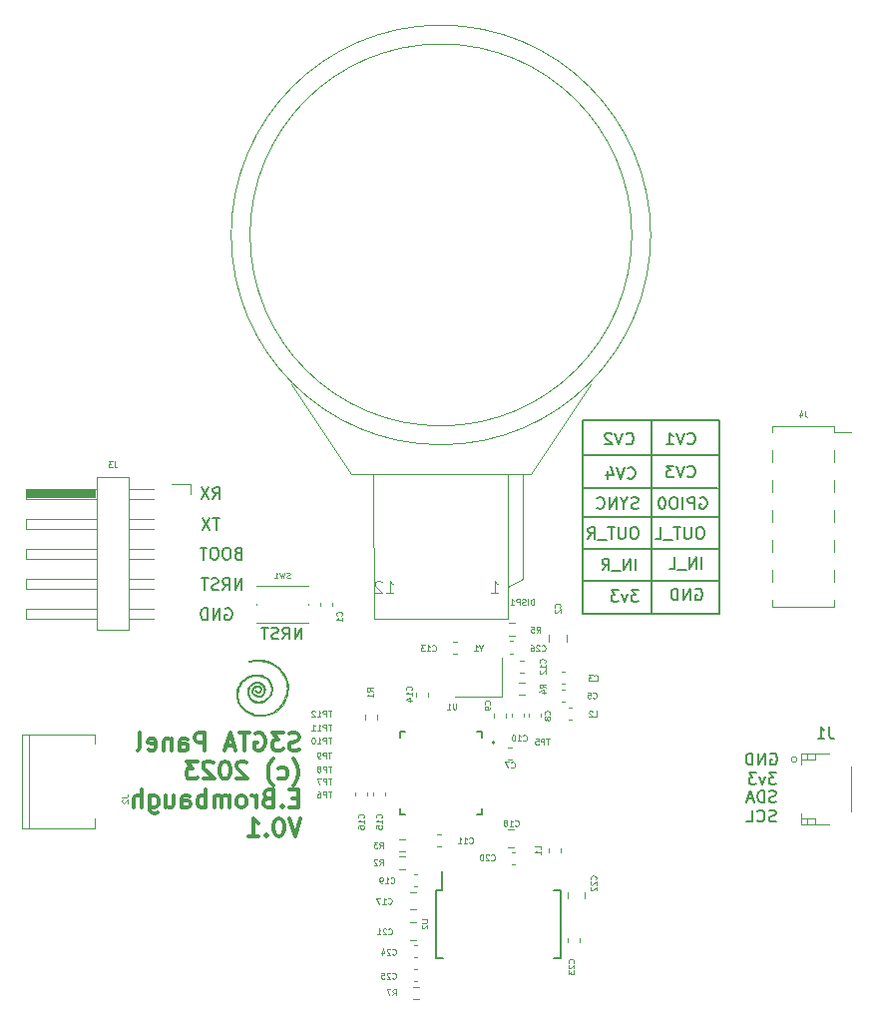
<source format=gbr>
%TF.GenerationSoftware,KiCad,Pcbnew,7.0.6-1.fc38*%
%TF.CreationDate,2023-08-24T18:59:34-07:00*%
%TF.ProjectId,s3gta_panel,73336774-615f-4706-916e-656c2e6b6963,rev?*%
%TF.SameCoordinates,Original*%
%TF.FileFunction,Legend,Bot*%
%TF.FilePolarity,Positive*%
%FSLAX46Y46*%
G04 Gerber Fmt 4.6, Leading zero omitted, Abs format (unit mm)*
G04 Created by KiCad (PCBNEW 7.0.6-1.fc38) date 2023-08-24 18:59:34*
%MOMM*%
%LPD*%
G01*
G04 APERTURE LIST*
%ADD10C,0.150000*%
%ADD11C,0.300000*%
%ADD12C,0.080000*%
%ADD13C,0.100000*%
%ADD14C,0.120000*%
%ADD15C,0.010000*%
%ADD16C,0.127000*%
%ADD17C,0.200000*%
%ADD18R,6.000000X0.760000*%
G04 APERTURE END LIST*
D10*
X159512000Y-95504000D02*
X147955000Y-95504000D01*
X153733500Y-81915000D02*
X153733500Y-98298000D01*
X159385000Y-87630000D02*
X147955000Y-87630000D01*
X159512000Y-90106500D02*
X147955000Y-90106500D01*
X159512000Y-84836000D02*
X147955000Y-84836000D01*
X147955000Y-81915000D02*
X159512000Y-81915000D01*
X159512000Y-98298000D01*
X147955000Y-98298000D01*
X147955000Y-81915000D01*
X159512000Y-92837000D02*
X147955000Y-92837000D01*
X151618792Y-83848580D02*
X151666411Y-83896200D01*
X151666411Y-83896200D02*
X151809268Y-83943819D01*
X151809268Y-83943819D02*
X151904506Y-83943819D01*
X151904506Y-83943819D02*
X152047363Y-83896200D01*
X152047363Y-83896200D02*
X152142601Y-83800961D01*
X152142601Y-83800961D02*
X152190220Y-83705723D01*
X152190220Y-83705723D02*
X152237839Y-83515247D01*
X152237839Y-83515247D02*
X152237839Y-83372390D01*
X152237839Y-83372390D02*
X152190220Y-83181914D01*
X152190220Y-83181914D02*
X152142601Y-83086676D01*
X152142601Y-83086676D02*
X152047363Y-82991438D01*
X152047363Y-82991438D02*
X151904506Y-82943819D01*
X151904506Y-82943819D02*
X151809268Y-82943819D01*
X151809268Y-82943819D02*
X151666411Y-82991438D01*
X151666411Y-82991438D02*
X151618792Y-83039057D01*
X151333077Y-82943819D02*
X150999744Y-83943819D01*
X150999744Y-83943819D02*
X150666411Y-82943819D01*
X150380696Y-83039057D02*
X150333077Y-82991438D01*
X150333077Y-82991438D02*
X150237839Y-82943819D01*
X150237839Y-82943819D02*
X149999744Y-82943819D01*
X149999744Y-82943819D02*
X149904506Y-82991438D01*
X149904506Y-82991438D02*
X149856887Y-83039057D01*
X149856887Y-83039057D02*
X149809268Y-83134295D01*
X149809268Y-83134295D02*
X149809268Y-83229533D01*
X149809268Y-83229533D02*
X149856887Y-83372390D01*
X149856887Y-83372390D02*
X150428315Y-83943819D01*
X150428315Y-83943819D02*
X149809268Y-83943819D01*
X157968744Y-90944819D02*
X157778268Y-90944819D01*
X157778268Y-90944819D02*
X157683030Y-90992438D01*
X157683030Y-90992438D02*
X157587792Y-91087676D01*
X157587792Y-91087676D02*
X157540173Y-91278152D01*
X157540173Y-91278152D02*
X157540173Y-91611485D01*
X157540173Y-91611485D02*
X157587792Y-91801961D01*
X157587792Y-91801961D02*
X157683030Y-91897200D01*
X157683030Y-91897200D02*
X157778268Y-91944819D01*
X157778268Y-91944819D02*
X157968744Y-91944819D01*
X157968744Y-91944819D02*
X158063982Y-91897200D01*
X158063982Y-91897200D02*
X158159220Y-91801961D01*
X158159220Y-91801961D02*
X158206839Y-91611485D01*
X158206839Y-91611485D02*
X158206839Y-91278152D01*
X158206839Y-91278152D02*
X158159220Y-91087676D01*
X158159220Y-91087676D02*
X158063982Y-90992438D01*
X158063982Y-90992438D02*
X157968744Y-90944819D01*
X157111601Y-90944819D02*
X157111601Y-91754342D01*
X157111601Y-91754342D02*
X157063982Y-91849580D01*
X157063982Y-91849580D02*
X157016363Y-91897200D01*
X157016363Y-91897200D02*
X156921125Y-91944819D01*
X156921125Y-91944819D02*
X156730649Y-91944819D01*
X156730649Y-91944819D02*
X156635411Y-91897200D01*
X156635411Y-91897200D02*
X156587792Y-91849580D01*
X156587792Y-91849580D02*
X156540173Y-91754342D01*
X156540173Y-91754342D02*
X156540173Y-90944819D01*
X156206839Y-90944819D02*
X155635411Y-90944819D01*
X155921125Y-91944819D02*
X155921125Y-90944819D01*
X155540173Y-92040057D02*
X154778268Y-92040057D01*
X154063982Y-91944819D02*
X154540172Y-91944819D01*
X154540172Y-91944819D02*
X154540172Y-90944819D01*
X152666458Y-96278819D02*
X152047411Y-96278819D01*
X152047411Y-96278819D02*
X152380744Y-96659771D01*
X152380744Y-96659771D02*
X152237887Y-96659771D01*
X152237887Y-96659771D02*
X152142649Y-96707390D01*
X152142649Y-96707390D02*
X152095030Y-96755009D01*
X152095030Y-96755009D02*
X152047411Y-96850247D01*
X152047411Y-96850247D02*
X152047411Y-97088342D01*
X152047411Y-97088342D02*
X152095030Y-97183580D01*
X152095030Y-97183580D02*
X152142649Y-97231200D01*
X152142649Y-97231200D02*
X152237887Y-97278819D01*
X152237887Y-97278819D02*
X152523601Y-97278819D01*
X152523601Y-97278819D02*
X152618839Y-97231200D01*
X152618839Y-97231200D02*
X152666458Y-97183580D01*
X151714077Y-96612152D02*
X151475982Y-97278819D01*
X151475982Y-97278819D02*
X151237887Y-96612152D01*
X150952172Y-96278819D02*
X150333125Y-96278819D01*
X150333125Y-96278819D02*
X150666458Y-96659771D01*
X150666458Y-96659771D02*
X150523601Y-96659771D01*
X150523601Y-96659771D02*
X150428363Y-96707390D01*
X150428363Y-96707390D02*
X150380744Y-96755009D01*
X150380744Y-96755009D02*
X150333125Y-96850247D01*
X150333125Y-96850247D02*
X150333125Y-97088342D01*
X150333125Y-97088342D02*
X150380744Y-97183580D01*
X150380744Y-97183580D02*
X150428363Y-97231200D01*
X150428363Y-97231200D02*
X150523601Y-97278819D01*
X150523601Y-97278819D02*
X150809315Y-97278819D01*
X150809315Y-97278819D02*
X150904553Y-97231200D01*
X150904553Y-97231200D02*
X150952172Y-97183580D01*
X158032220Y-94484819D02*
X158032220Y-93484819D01*
X157556030Y-94484819D02*
X157556030Y-93484819D01*
X157556030Y-93484819D02*
X156984602Y-94484819D01*
X156984602Y-94484819D02*
X156984602Y-93484819D01*
X156746507Y-94580057D02*
X155984602Y-94580057D01*
X155270316Y-94484819D02*
X155746506Y-94484819D01*
X155746506Y-94484819D02*
X155746506Y-93484819D01*
X151745792Y-86769580D02*
X151793411Y-86817200D01*
X151793411Y-86817200D02*
X151936268Y-86864819D01*
X151936268Y-86864819D02*
X152031506Y-86864819D01*
X152031506Y-86864819D02*
X152174363Y-86817200D01*
X152174363Y-86817200D02*
X152269601Y-86721961D01*
X152269601Y-86721961D02*
X152317220Y-86626723D01*
X152317220Y-86626723D02*
X152364839Y-86436247D01*
X152364839Y-86436247D02*
X152364839Y-86293390D01*
X152364839Y-86293390D02*
X152317220Y-86102914D01*
X152317220Y-86102914D02*
X152269601Y-86007676D01*
X152269601Y-86007676D02*
X152174363Y-85912438D01*
X152174363Y-85912438D02*
X152031506Y-85864819D01*
X152031506Y-85864819D02*
X151936268Y-85864819D01*
X151936268Y-85864819D02*
X151793411Y-85912438D01*
X151793411Y-85912438D02*
X151745792Y-85960057D01*
X151460077Y-85864819D02*
X151126744Y-86864819D01*
X151126744Y-86864819D02*
X150793411Y-85864819D01*
X150031506Y-86198152D02*
X150031506Y-86864819D01*
X150269601Y-85817200D02*
X150507696Y-86531485D01*
X150507696Y-86531485D02*
X149888649Y-86531485D01*
X117605011Y-97875838D02*
X117700249Y-97828219D01*
X117700249Y-97828219D02*
X117843106Y-97828219D01*
X117843106Y-97828219D02*
X117985963Y-97875838D01*
X117985963Y-97875838D02*
X118081201Y-97971076D01*
X118081201Y-97971076D02*
X118128820Y-98066314D01*
X118128820Y-98066314D02*
X118176439Y-98256790D01*
X118176439Y-98256790D02*
X118176439Y-98399647D01*
X118176439Y-98399647D02*
X118128820Y-98590123D01*
X118128820Y-98590123D02*
X118081201Y-98685361D01*
X118081201Y-98685361D02*
X117985963Y-98780600D01*
X117985963Y-98780600D02*
X117843106Y-98828219D01*
X117843106Y-98828219D02*
X117747868Y-98828219D01*
X117747868Y-98828219D02*
X117605011Y-98780600D01*
X117605011Y-98780600D02*
X117557392Y-98732980D01*
X117557392Y-98732980D02*
X117557392Y-98399647D01*
X117557392Y-98399647D02*
X117747868Y-98399647D01*
X117128820Y-98828219D02*
X117128820Y-97828219D01*
X117128820Y-97828219D02*
X116557392Y-98828219D01*
X116557392Y-98828219D02*
X116557392Y-97828219D01*
X116081201Y-98828219D02*
X116081201Y-97828219D01*
X116081201Y-97828219D02*
X115843106Y-97828219D01*
X115843106Y-97828219D02*
X115700249Y-97875838D01*
X115700249Y-97875838D02*
X115605011Y-97971076D01*
X115605011Y-97971076D02*
X115557392Y-98066314D01*
X115557392Y-98066314D02*
X115509773Y-98256790D01*
X115509773Y-98256790D02*
X115509773Y-98399647D01*
X115509773Y-98399647D02*
X115557392Y-98590123D01*
X115557392Y-98590123D02*
X115605011Y-98685361D01*
X115605011Y-98685361D02*
X115700249Y-98780600D01*
X115700249Y-98780600D02*
X115843106Y-98828219D01*
X115843106Y-98828219D02*
X116081201Y-98828219D01*
X124072420Y-100453819D02*
X124072420Y-99453819D01*
X124072420Y-99453819D02*
X123500992Y-100453819D01*
X123500992Y-100453819D02*
X123500992Y-99453819D01*
X122453373Y-100453819D02*
X122786706Y-99977628D01*
X123024801Y-100453819D02*
X123024801Y-99453819D01*
X123024801Y-99453819D02*
X122643849Y-99453819D01*
X122643849Y-99453819D02*
X122548611Y-99501438D01*
X122548611Y-99501438D02*
X122500992Y-99549057D01*
X122500992Y-99549057D02*
X122453373Y-99644295D01*
X122453373Y-99644295D02*
X122453373Y-99787152D01*
X122453373Y-99787152D02*
X122500992Y-99882390D01*
X122500992Y-99882390D02*
X122548611Y-99930009D01*
X122548611Y-99930009D02*
X122643849Y-99977628D01*
X122643849Y-99977628D02*
X123024801Y-99977628D01*
X122072420Y-100406200D02*
X121929563Y-100453819D01*
X121929563Y-100453819D02*
X121691468Y-100453819D01*
X121691468Y-100453819D02*
X121596230Y-100406200D01*
X121596230Y-100406200D02*
X121548611Y-100358580D01*
X121548611Y-100358580D02*
X121500992Y-100263342D01*
X121500992Y-100263342D02*
X121500992Y-100168104D01*
X121500992Y-100168104D02*
X121548611Y-100072866D01*
X121548611Y-100072866D02*
X121596230Y-100025247D01*
X121596230Y-100025247D02*
X121691468Y-99977628D01*
X121691468Y-99977628D02*
X121881944Y-99930009D01*
X121881944Y-99930009D02*
X121977182Y-99882390D01*
X121977182Y-99882390D02*
X122024801Y-99834771D01*
X122024801Y-99834771D02*
X122072420Y-99739533D01*
X122072420Y-99739533D02*
X122072420Y-99644295D01*
X122072420Y-99644295D02*
X122024801Y-99549057D01*
X122024801Y-99549057D02*
X121977182Y-99501438D01*
X121977182Y-99501438D02*
X121881944Y-99453819D01*
X121881944Y-99453819D02*
X121643849Y-99453819D01*
X121643849Y-99453819D02*
X121500992Y-99501438D01*
X121215277Y-99453819D02*
X120643849Y-99453819D01*
X120929563Y-100453819D02*
X120929563Y-99453819D01*
X156825792Y-86642580D02*
X156873411Y-86690200D01*
X156873411Y-86690200D02*
X157016268Y-86737819D01*
X157016268Y-86737819D02*
X157111506Y-86737819D01*
X157111506Y-86737819D02*
X157254363Y-86690200D01*
X157254363Y-86690200D02*
X157349601Y-86594961D01*
X157349601Y-86594961D02*
X157397220Y-86499723D01*
X157397220Y-86499723D02*
X157444839Y-86309247D01*
X157444839Y-86309247D02*
X157444839Y-86166390D01*
X157444839Y-86166390D02*
X157397220Y-85975914D01*
X157397220Y-85975914D02*
X157349601Y-85880676D01*
X157349601Y-85880676D02*
X157254363Y-85785438D01*
X157254363Y-85785438D02*
X157111506Y-85737819D01*
X157111506Y-85737819D02*
X157016268Y-85737819D01*
X157016268Y-85737819D02*
X156873411Y-85785438D01*
X156873411Y-85785438D02*
X156825792Y-85833057D01*
X156540077Y-85737819D02*
X156206744Y-86737819D01*
X156206744Y-86737819D02*
X155873411Y-85737819D01*
X155635315Y-85737819D02*
X155016268Y-85737819D01*
X155016268Y-85737819D02*
X155349601Y-86118771D01*
X155349601Y-86118771D02*
X155206744Y-86118771D01*
X155206744Y-86118771D02*
X155111506Y-86166390D01*
X155111506Y-86166390D02*
X155063887Y-86214009D01*
X155063887Y-86214009D02*
X155016268Y-86309247D01*
X155016268Y-86309247D02*
X155016268Y-86547342D01*
X155016268Y-86547342D02*
X155063887Y-86642580D01*
X155063887Y-86642580D02*
X155111506Y-86690200D01*
X155111506Y-86690200D02*
X155206744Y-86737819D01*
X155206744Y-86737819D02*
X155492458Y-86737819D01*
X155492458Y-86737819D02*
X155587696Y-86690200D01*
X155587696Y-86690200D02*
X155635315Y-86642580D01*
X163858411Y-110169438D02*
X163953649Y-110121819D01*
X163953649Y-110121819D02*
X164096506Y-110121819D01*
X164096506Y-110121819D02*
X164239363Y-110169438D01*
X164239363Y-110169438D02*
X164334601Y-110264676D01*
X164334601Y-110264676D02*
X164382220Y-110359914D01*
X164382220Y-110359914D02*
X164429839Y-110550390D01*
X164429839Y-110550390D02*
X164429839Y-110693247D01*
X164429839Y-110693247D02*
X164382220Y-110883723D01*
X164382220Y-110883723D02*
X164334601Y-110978961D01*
X164334601Y-110978961D02*
X164239363Y-111074200D01*
X164239363Y-111074200D02*
X164096506Y-111121819D01*
X164096506Y-111121819D02*
X164001268Y-111121819D01*
X164001268Y-111121819D02*
X163858411Y-111074200D01*
X163858411Y-111074200D02*
X163810792Y-111026580D01*
X163810792Y-111026580D02*
X163810792Y-110693247D01*
X163810792Y-110693247D02*
X164001268Y-110693247D01*
X163382220Y-111121819D02*
X163382220Y-110121819D01*
X163382220Y-110121819D02*
X162810792Y-111121819D01*
X162810792Y-111121819D02*
X162810792Y-110121819D01*
X162334601Y-111121819D02*
X162334601Y-110121819D01*
X162334601Y-110121819D02*
X162096506Y-110121819D01*
X162096506Y-110121819D02*
X161953649Y-110169438D01*
X161953649Y-110169438D02*
X161858411Y-110264676D01*
X161858411Y-110264676D02*
X161810792Y-110359914D01*
X161810792Y-110359914D02*
X161763173Y-110550390D01*
X161763173Y-110550390D02*
X161763173Y-110693247D01*
X161763173Y-110693247D02*
X161810792Y-110883723D01*
X161810792Y-110883723D02*
X161858411Y-110978961D01*
X161858411Y-110978961D02*
X161953649Y-111074200D01*
X161953649Y-111074200D02*
X162096506Y-111121819D01*
X162096506Y-111121819D02*
X162334601Y-111121819D01*
X157889411Y-88452438D02*
X157984649Y-88404819D01*
X157984649Y-88404819D02*
X158127506Y-88404819D01*
X158127506Y-88404819D02*
X158270363Y-88452438D01*
X158270363Y-88452438D02*
X158365601Y-88547676D01*
X158365601Y-88547676D02*
X158413220Y-88642914D01*
X158413220Y-88642914D02*
X158460839Y-88833390D01*
X158460839Y-88833390D02*
X158460839Y-88976247D01*
X158460839Y-88976247D02*
X158413220Y-89166723D01*
X158413220Y-89166723D02*
X158365601Y-89261961D01*
X158365601Y-89261961D02*
X158270363Y-89357200D01*
X158270363Y-89357200D02*
X158127506Y-89404819D01*
X158127506Y-89404819D02*
X158032268Y-89404819D01*
X158032268Y-89404819D02*
X157889411Y-89357200D01*
X157889411Y-89357200D02*
X157841792Y-89309580D01*
X157841792Y-89309580D02*
X157841792Y-88976247D01*
X157841792Y-88976247D02*
X158032268Y-88976247D01*
X157413220Y-89404819D02*
X157413220Y-88404819D01*
X157413220Y-88404819D02*
X157032268Y-88404819D01*
X157032268Y-88404819D02*
X156937030Y-88452438D01*
X156937030Y-88452438D02*
X156889411Y-88500057D01*
X156889411Y-88500057D02*
X156841792Y-88595295D01*
X156841792Y-88595295D02*
X156841792Y-88738152D01*
X156841792Y-88738152D02*
X156889411Y-88833390D01*
X156889411Y-88833390D02*
X156937030Y-88881009D01*
X156937030Y-88881009D02*
X157032268Y-88928628D01*
X157032268Y-88928628D02*
X157413220Y-88928628D01*
X156413220Y-89404819D02*
X156413220Y-88404819D01*
X155746554Y-88404819D02*
X155556078Y-88404819D01*
X155556078Y-88404819D02*
X155460840Y-88452438D01*
X155460840Y-88452438D02*
X155365602Y-88547676D01*
X155365602Y-88547676D02*
X155317983Y-88738152D01*
X155317983Y-88738152D02*
X155317983Y-89071485D01*
X155317983Y-89071485D02*
X155365602Y-89261961D01*
X155365602Y-89261961D02*
X155460840Y-89357200D01*
X155460840Y-89357200D02*
X155556078Y-89404819D01*
X155556078Y-89404819D02*
X155746554Y-89404819D01*
X155746554Y-89404819D02*
X155841792Y-89357200D01*
X155841792Y-89357200D02*
X155937030Y-89261961D01*
X155937030Y-89261961D02*
X155984649Y-89071485D01*
X155984649Y-89071485D02*
X155984649Y-88738152D01*
X155984649Y-88738152D02*
X155937030Y-88547676D01*
X155937030Y-88547676D02*
X155841792Y-88452438D01*
X155841792Y-88452438D02*
X155746554Y-88404819D01*
X154698935Y-88404819D02*
X154603697Y-88404819D01*
X154603697Y-88404819D02*
X154508459Y-88452438D01*
X154508459Y-88452438D02*
X154460840Y-88500057D01*
X154460840Y-88500057D02*
X154413221Y-88595295D01*
X154413221Y-88595295D02*
X154365602Y-88785771D01*
X154365602Y-88785771D02*
X154365602Y-89023866D01*
X154365602Y-89023866D02*
X154413221Y-89214342D01*
X154413221Y-89214342D02*
X154460840Y-89309580D01*
X154460840Y-89309580D02*
X154508459Y-89357200D01*
X154508459Y-89357200D02*
X154603697Y-89404819D01*
X154603697Y-89404819D02*
X154698935Y-89404819D01*
X154698935Y-89404819D02*
X154794173Y-89357200D01*
X154794173Y-89357200D02*
X154841792Y-89309580D01*
X154841792Y-89309580D02*
X154889411Y-89214342D01*
X154889411Y-89214342D02*
X154937030Y-89023866D01*
X154937030Y-89023866D02*
X154937030Y-88785771D01*
X154937030Y-88785771D02*
X154889411Y-88595295D01*
X154889411Y-88595295D02*
X154841792Y-88500057D01*
X154841792Y-88500057D02*
X154794173Y-88452438D01*
X154794173Y-88452438D02*
X154698935Y-88404819D01*
X164302839Y-114249200D02*
X164159982Y-114296819D01*
X164159982Y-114296819D02*
X163921887Y-114296819D01*
X163921887Y-114296819D02*
X163826649Y-114249200D01*
X163826649Y-114249200D02*
X163779030Y-114201580D01*
X163779030Y-114201580D02*
X163731411Y-114106342D01*
X163731411Y-114106342D02*
X163731411Y-114011104D01*
X163731411Y-114011104D02*
X163779030Y-113915866D01*
X163779030Y-113915866D02*
X163826649Y-113868247D01*
X163826649Y-113868247D02*
X163921887Y-113820628D01*
X163921887Y-113820628D02*
X164112363Y-113773009D01*
X164112363Y-113773009D02*
X164207601Y-113725390D01*
X164207601Y-113725390D02*
X164255220Y-113677771D01*
X164255220Y-113677771D02*
X164302839Y-113582533D01*
X164302839Y-113582533D02*
X164302839Y-113487295D01*
X164302839Y-113487295D02*
X164255220Y-113392057D01*
X164255220Y-113392057D02*
X164207601Y-113344438D01*
X164207601Y-113344438D02*
X164112363Y-113296819D01*
X164112363Y-113296819D02*
X163874268Y-113296819D01*
X163874268Y-113296819D02*
X163731411Y-113344438D01*
X163302839Y-114296819D02*
X163302839Y-113296819D01*
X163302839Y-113296819D02*
X163064744Y-113296819D01*
X163064744Y-113296819D02*
X162921887Y-113344438D01*
X162921887Y-113344438D02*
X162826649Y-113439676D01*
X162826649Y-113439676D02*
X162779030Y-113534914D01*
X162779030Y-113534914D02*
X162731411Y-113725390D01*
X162731411Y-113725390D02*
X162731411Y-113868247D01*
X162731411Y-113868247D02*
X162779030Y-114058723D01*
X162779030Y-114058723D02*
X162826649Y-114153961D01*
X162826649Y-114153961D02*
X162921887Y-114249200D01*
X162921887Y-114249200D02*
X163064744Y-114296819D01*
X163064744Y-114296819D02*
X163302839Y-114296819D01*
X162350458Y-114011104D02*
X161874268Y-114011104D01*
X162445696Y-114296819D02*
X162112363Y-113296819D01*
X162112363Y-113296819D02*
X161779030Y-114296819D01*
X157508411Y-96199438D02*
X157603649Y-96151819D01*
X157603649Y-96151819D02*
X157746506Y-96151819D01*
X157746506Y-96151819D02*
X157889363Y-96199438D01*
X157889363Y-96199438D02*
X157984601Y-96294676D01*
X157984601Y-96294676D02*
X158032220Y-96389914D01*
X158032220Y-96389914D02*
X158079839Y-96580390D01*
X158079839Y-96580390D02*
X158079839Y-96723247D01*
X158079839Y-96723247D02*
X158032220Y-96913723D01*
X158032220Y-96913723D02*
X157984601Y-97008961D01*
X157984601Y-97008961D02*
X157889363Y-97104200D01*
X157889363Y-97104200D02*
X157746506Y-97151819D01*
X157746506Y-97151819D02*
X157651268Y-97151819D01*
X157651268Y-97151819D02*
X157508411Y-97104200D01*
X157508411Y-97104200D02*
X157460792Y-97056580D01*
X157460792Y-97056580D02*
X157460792Y-96723247D01*
X157460792Y-96723247D02*
X157651268Y-96723247D01*
X157032220Y-97151819D02*
X157032220Y-96151819D01*
X157032220Y-96151819D02*
X156460792Y-97151819D01*
X156460792Y-97151819D02*
X156460792Y-96151819D01*
X155984601Y-97151819D02*
X155984601Y-96151819D01*
X155984601Y-96151819D02*
X155746506Y-96151819D01*
X155746506Y-96151819D02*
X155603649Y-96199438D01*
X155603649Y-96199438D02*
X155508411Y-96294676D01*
X155508411Y-96294676D02*
X155460792Y-96389914D01*
X155460792Y-96389914D02*
X155413173Y-96580390D01*
X155413173Y-96580390D02*
X155413173Y-96723247D01*
X155413173Y-96723247D02*
X155460792Y-96913723D01*
X155460792Y-96913723D02*
X155508411Y-97008961D01*
X155508411Y-97008961D02*
X155603649Y-97104200D01*
X155603649Y-97104200D02*
X155746506Y-97151819D01*
X155746506Y-97151819D02*
X155984601Y-97151819D01*
X164302839Y-115900200D02*
X164159982Y-115947819D01*
X164159982Y-115947819D02*
X163921887Y-115947819D01*
X163921887Y-115947819D02*
X163826649Y-115900200D01*
X163826649Y-115900200D02*
X163779030Y-115852580D01*
X163779030Y-115852580D02*
X163731411Y-115757342D01*
X163731411Y-115757342D02*
X163731411Y-115662104D01*
X163731411Y-115662104D02*
X163779030Y-115566866D01*
X163779030Y-115566866D02*
X163826649Y-115519247D01*
X163826649Y-115519247D02*
X163921887Y-115471628D01*
X163921887Y-115471628D02*
X164112363Y-115424009D01*
X164112363Y-115424009D02*
X164207601Y-115376390D01*
X164207601Y-115376390D02*
X164255220Y-115328771D01*
X164255220Y-115328771D02*
X164302839Y-115233533D01*
X164302839Y-115233533D02*
X164302839Y-115138295D01*
X164302839Y-115138295D02*
X164255220Y-115043057D01*
X164255220Y-115043057D02*
X164207601Y-114995438D01*
X164207601Y-114995438D02*
X164112363Y-114947819D01*
X164112363Y-114947819D02*
X163874268Y-114947819D01*
X163874268Y-114947819D02*
X163731411Y-114995438D01*
X162731411Y-115852580D02*
X162779030Y-115900200D01*
X162779030Y-115900200D02*
X162921887Y-115947819D01*
X162921887Y-115947819D02*
X163017125Y-115947819D01*
X163017125Y-115947819D02*
X163159982Y-115900200D01*
X163159982Y-115900200D02*
X163255220Y-115804961D01*
X163255220Y-115804961D02*
X163302839Y-115709723D01*
X163302839Y-115709723D02*
X163350458Y-115519247D01*
X163350458Y-115519247D02*
X163350458Y-115376390D01*
X163350458Y-115376390D02*
X163302839Y-115185914D01*
X163302839Y-115185914D02*
X163255220Y-115090676D01*
X163255220Y-115090676D02*
X163159982Y-114995438D01*
X163159982Y-114995438D02*
X163017125Y-114947819D01*
X163017125Y-114947819D02*
X162921887Y-114947819D01*
X162921887Y-114947819D02*
X162779030Y-114995438D01*
X162779030Y-114995438D02*
X162731411Y-115043057D01*
X161826649Y-115947819D02*
X162302839Y-115947819D01*
X162302839Y-115947819D02*
X162302839Y-114947819D01*
X152444220Y-94611819D02*
X152444220Y-93611819D01*
X151968030Y-94611819D02*
X151968030Y-93611819D01*
X151968030Y-93611819D02*
X151396602Y-94611819D01*
X151396602Y-94611819D02*
X151396602Y-93611819D01*
X151158507Y-94707057D02*
X150396602Y-94707057D01*
X149587078Y-94611819D02*
X149920411Y-94135628D01*
X150158506Y-94611819D02*
X150158506Y-93611819D01*
X150158506Y-93611819D02*
X149777554Y-93611819D01*
X149777554Y-93611819D02*
X149682316Y-93659438D01*
X149682316Y-93659438D02*
X149634697Y-93707057D01*
X149634697Y-93707057D02*
X149587078Y-93802295D01*
X149587078Y-93802295D02*
X149587078Y-93945152D01*
X149587078Y-93945152D02*
X149634697Y-94040390D01*
X149634697Y-94040390D02*
X149682316Y-94088009D01*
X149682316Y-94088009D02*
X149777554Y-94135628D01*
X149777554Y-94135628D02*
X150158506Y-94135628D01*
X164350458Y-111772819D02*
X163731411Y-111772819D01*
X163731411Y-111772819D02*
X164064744Y-112153771D01*
X164064744Y-112153771D02*
X163921887Y-112153771D01*
X163921887Y-112153771D02*
X163826649Y-112201390D01*
X163826649Y-112201390D02*
X163779030Y-112249009D01*
X163779030Y-112249009D02*
X163731411Y-112344247D01*
X163731411Y-112344247D02*
X163731411Y-112582342D01*
X163731411Y-112582342D02*
X163779030Y-112677580D01*
X163779030Y-112677580D02*
X163826649Y-112725200D01*
X163826649Y-112725200D02*
X163921887Y-112772819D01*
X163921887Y-112772819D02*
X164207601Y-112772819D01*
X164207601Y-112772819D02*
X164302839Y-112725200D01*
X164302839Y-112725200D02*
X164350458Y-112677580D01*
X163398077Y-112106152D02*
X163159982Y-112772819D01*
X163159982Y-112772819D02*
X162921887Y-112106152D01*
X162636172Y-111772819D02*
X162017125Y-111772819D01*
X162017125Y-111772819D02*
X162350458Y-112153771D01*
X162350458Y-112153771D02*
X162207601Y-112153771D01*
X162207601Y-112153771D02*
X162112363Y-112201390D01*
X162112363Y-112201390D02*
X162064744Y-112249009D01*
X162064744Y-112249009D02*
X162017125Y-112344247D01*
X162017125Y-112344247D02*
X162017125Y-112582342D01*
X162017125Y-112582342D02*
X162064744Y-112677580D01*
X162064744Y-112677580D02*
X162112363Y-112725200D01*
X162112363Y-112725200D02*
X162207601Y-112772819D01*
X162207601Y-112772819D02*
X162493315Y-112772819D01*
X162493315Y-112772819D02*
X162588553Y-112725200D01*
X162588553Y-112725200D02*
X162636172Y-112677580D01*
X152380744Y-90944819D02*
X152190268Y-90944819D01*
X152190268Y-90944819D02*
X152095030Y-90992438D01*
X152095030Y-90992438D02*
X151999792Y-91087676D01*
X151999792Y-91087676D02*
X151952173Y-91278152D01*
X151952173Y-91278152D02*
X151952173Y-91611485D01*
X151952173Y-91611485D02*
X151999792Y-91801961D01*
X151999792Y-91801961D02*
X152095030Y-91897200D01*
X152095030Y-91897200D02*
X152190268Y-91944819D01*
X152190268Y-91944819D02*
X152380744Y-91944819D01*
X152380744Y-91944819D02*
X152475982Y-91897200D01*
X152475982Y-91897200D02*
X152571220Y-91801961D01*
X152571220Y-91801961D02*
X152618839Y-91611485D01*
X152618839Y-91611485D02*
X152618839Y-91278152D01*
X152618839Y-91278152D02*
X152571220Y-91087676D01*
X152571220Y-91087676D02*
X152475982Y-90992438D01*
X152475982Y-90992438D02*
X152380744Y-90944819D01*
X151523601Y-90944819D02*
X151523601Y-91754342D01*
X151523601Y-91754342D02*
X151475982Y-91849580D01*
X151475982Y-91849580D02*
X151428363Y-91897200D01*
X151428363Y-91897200D02*
X151333125Y-91944819D01*
X151333125Y-91944819D02*
X151142649Y-91944819D01*
X151142649Y-91944819D02*
X151047411Y-91897200D01*
X151047411Y-91897200D02*
X150999792Y-91849580D01*
X150999792Y-91849580D02*
X150952173Y-91754342D01*
X150952173Y-91754342D02*
X150952173Y-90944819D01*
X150618839Y-90944819D02*
X150047411Y-90944819D01*
X150333125Y-91944819D02*
X150333125Y-90944819D01*
X149952173Y-92040057D02*
X149190268Y-92040057D01*
X148380744Y-91944819D02*
X148714077Y-91468628D01*
X148952172Y-91944819D02*
X148952172Y-90944819D01*
X148952172Y-90944819D02*
X148571220Y-90944819D01*
X148571220Y-90944819D02*
X148475982Y-90992438D01*
X148475982Y-90992438D02*
X148428363Y-91040057D01*
X148428363Y-91040057D02*
X148380744Y-91135295D01*
X148380744Y-91135295D02*
X148380744Y-91278152D01*
X148380744Y-91278152D02*
X148428363Y-91373390D01*
X148428363Y-91373390D02*
X148475982Y-91421009D01*
X148475982Y-91421009D02*
X148571220Y-91468628D01*
X148571220Y-91468628D02*
X148952172Y-91468628D01*
X118659087Y-93173609D02*
X118516230Y-93221228D01*
X118516230Y-93221228D02*
X118468611Y-93268847D01*
X118468611Y-93268847D02*
X118420992Y-93364085D01*
X118420992Y-93364085D02*
X118420992Y-93506942D01*
X118420992Y-93506942D02*
X118468611Y-93602180D01*
X118468611Y-93602180D02*
X118516230Y-93649800D01*
X118516230Y-93649800D02*
X118611468Y-93697419D01*
X118611468Y-93697419D02*
X118992420Y-93697419D01*
X118992420Y-93697419D02*
X118992420Y-92697419D01*
X118992420Y-92697419D02*
X118659087Y-92697419D01*
X118659087Y-92697419D02*
X118563849Y-92745038D01*
X118563849Y-92745038D02*
X118516230Y-92792657D01*
X118516230Y-92792657D02*
X118468611Y-92887895D01*
X118468611Y-92887895D02*
X118468611Y-92983133D01*
X118468611Y-92983133D02*
X118516230Y-93078371D01*
X118516230Y-93078371D02*
X118563849Y-93125990D01*
X118563849Y-93125990D02*
X118659087Y-93173609D01*
X118659087Y-93173609D02*
X118992420Y-93173609D01*
X117801944Y-92697419D02*
X117611468Y-92697419D01*
X117611468Y-92697419D02*
X117516230Y-92745038D01*
X117516230Y-92745038D02*
X117420992Y-92840276D01*
X117420992Y-92840276D02*
X117373373Y-93030752D01*
X117373373Y-93030752D02*
X117373373Y-93364085D01*
X117373373Y-93364085D02*
X117420992Y-93554561D01*
X117420992Y-93554561D02*
X117516230Y-93649800D01*
X117516230Y-93649800D02*
X117611468Y-93697419D01*
X117611468Y-93697419D02*
X117801944Y-93697419D01*
X117801944Y-93697419D02*
X117897182Y-93649800D01*
X117897182Y-93649800D02*
X117992420Y-93554561D01*
X117992420Y-93554561D02*
X118040039Y-93364085D01*
X118040039Y-93364085D02*
X118040039Y-93030752D01*
X118040039Y-93030752D02*
X117992420Y-92840276D01*
X117992420Y-92840276D02*
X117897182Y-92745038D01*
X117897182Y-92745038D02*
X117801944Y-92697419D01*
X116754325Y-92697419D02*
X116563849Y-92697419D01*
X116563849Y-92697419D02*
X116468611Y-92745038D01*
X116468611Y-92745038D02*
X116373373Y-92840276D01*
X116373373Y-92840276D02*
X116325754Y-93030752D01*
X116325754Y-93030752D02*
X116325754Y-93364085D01*
X116325754Y-93364085D02*
X116373373Y-93554561D01*
X116373373Y-93554561D02*
X116468611Y-93649800D01*
X116468611Y-93649800D02*
X116563849Y-93697419D01*
X116563849Y-93697419D02*
X116754325Y-93697419D01*
X116754325Y-93697419D02*
X116849563Y-93649800D01*
X116849563Y-93649800D02*
X116944801Y-93554561D01*
X116944801Y-93554561D02*
X116992420Y-93364085D01*
X116992420Y-93364085D02*
X116992420Y-93030752D01*
X116992420Y-93030752D02*
X116944801Y-92840276D01*
X116944801Y-92840276D02*
X116849563Y-92745038D01*
X116849563Y-92745038D02*
X116754325Y-92697419D01*
X116040039Y-92697419D02*
X115468611Y-92697419D01*
X115754325Y-93697419D02*
X115754325Y-92697419D01*
X118992420Y-96288219D02*
X118992420Y-95288219D01*
X118992420Y-95288219D02*
X118420992Y-96288219D01*
X118420992Y-96288219D02*
X118420992Y-95288219D01*
X117373373Y-96288219D02*
X117706706Y-95812028D01*
X117944801Y-96288219D02*
X117944801Y-95288219D01*
X117944801Y-95288219D02*
X117563849Y-95288219D01*
X117563849Y-95288219D02*
X117468611Y-95335838D01*
X117468611Y-95335838D02*
X117420992Y-95383457D01*
X117420992Y-95383457D02*
X117373373Y-95478695D01*
X117373373Y-95478695D02*
X117373373Y-95621552D01*
X117373373Y-95621552D02*
X117420992Y-95716790D01*
X117420992Y-95716790D02*
X117468611Y-95764409D01*
X117468611Y-95764409D02*
X117563849Y-95812028D01*
X117563849Y-95812028D02*
X117944801Y-95812028D01*
X116992420Y-96240600D02*
X116849563Y-96288219D01*
X116849563Y-96288219D02*
X116611468Y-96288219D01*
X116611468Y-96288219D02*
X116516230Y-96240600D01*
X116516230Y-96240600D02*
X116468611Y-96192980D01*
X116468611Y-96192980D02*
X116420992Y-96097742D01*
X116420992Y-96097742D02*
X116420992Y-96002504D01*
X116420992Y-96002504D02*
X116468611Y-95907266D01*
X116468611Y-95907266D02*
X116516230Y-95859647D01*
X116516230Y-95859647D02*
X116611468Y-95812028D01*
X116611468Y-95812028D02*
X116801944Y-95764409D01*
X116801944Y-95764409D02*
X116897182Y-95716790D01*
X116897182Y-95716790D02*
X116944801Y-95669171D01*
X116944801Y-95669171D02*
X116992420Y-95573933D01*
X116992420Y-95573933D02*
X116992420Y-95478695D01*
X116992420Y-95478695D02*
X116944801Y-95383457D01*
X116944801Y-95383457D02*
X116897182Y-95335838D01*
X116897182Y-95335838D02*
X116801944Y-95288219D01*
X116801944Y-95288219D02*
X116563849Y-95288219D01*
X116563849Y-95288219D02*
X116420992Y-95335838D01*
X116135277Y-95288219D02*
X115563849Y-95288219D01*
X115849563Y-96288219D02*
X115849563Y-95288219D01*
X152618839Y-89357200D02*
X152475982Y-89404819D01*
X152475982Y-89404819D02*
X152237887Y-89404819D01*
X152237887Y-89404819D02*
X152142649Y-89357200D01*
X152142649Y-89357200D02*
X152095030Y-89309580D01*
X152095030Y-89309580D02*
X152047411Y-89214342D01*
X152047411Y-89214342D02*
X152047411Y-89119104D01*
X152047411Y-89119104D02*
X152095030Y-89023866D01*
X152095030Y-89023866D02*
X152142649Y-88976247D01*
X152142649Y-88976247D02*
X152237887Y-88928628D01*
X152237887Y-88928628D02*
X152428363Y-88881009D01*
X152428363Y-88881009D02*
X152523601Y-88833390D01*
X152523601Y-88833390D02*
X152571220Y-88785771D01*
X152571220Y-88785771D02*
X152618839Y-88690533D01*
X152618839Y-88690533D02*
X152618839Y-88595295D01*
X152618839Y-88595295D02*
X152571220Y-88500057D01*
X152571220Y-88500057D02*
X152523601Y-88452438D01*
X152523601Y-88452438D02*
X152428363Y-88404819D01*
X152428363Y-88404819D02*
X152190268Y-88404819D01*
X152190268Y-88404819D02*
X152047411Y-88452438D01*
X151428363Y-88928628D02*
X151428363Y-89404819D01*
X151761696Y-88404819D02*
X151428363Y-88928628D01*
X151428363Y-88928628D02*
X151095030Y-88404819D01*
X150761696Y-89404819D02*
X150761696Y-88404819D01*
X150761696Y-88404819D02*
X150190268Y-89404819D01*
X150190268Y-89404819D02*
X150190268Y-88404819D01*
X149142649Y-89309580D02*
X149190268Y-89357200D01*
X149190268Y-89357200D02*
X149333125Y-89404819D01*
X149333125Y-89404819D02*
X149428363Y-89404819D01*
X149428363Y-89404819D02*
X149571220Y-89357200D01*
X149571220Y-89357200D02*
X149666458Y-89261961D01*
X149666458Y-89261961D02*
X149714077Y-89166723D01*
X149714077Y-89166723D02*
X149761696Y-88976247D01*
X149761696Y-88976247D02*
X149761696Y-88833390D01*
X149761696Y-88833390D02*
X149714077Y-88642914D01*
X149714077Y-88642914D02*
X149666458Y-88547676D01*
X149666458Y-88547676D02*
X149571220Y-88452438D01*
X149571220Y-88452438D02*
X149428363Y-88404819D01*
X149428363Y-88404819D02*
X149333125Y-88404819D01*
X149333125Y-88404819D02*
X149190268Y-88452438D01*
X149190268Y-88452438D02*
X149142649Y-88500057D01*
X116541392Y-88566619D02*
X116874725Y-88090428D01*
X117112820Y-88566619D02*
X117112820Y-87566619D01*
X117112820Y-87566619D02*
X116731868Y-87566619D01*
X116731868Y-87566619D02*
X116636630Y-87614238D01*
X116636630Y-87614238D02*
X116589011Y-87661857D01*
X116589011Y-87661857D02*
X116541392Y-87757095D01*
X116541392Y-87757095D02*
X116541392Y-87899952D01*
X116541392Y-87899952D02*
X116589011Y-87995190D01*
X116589011Y-87995190D02*
X116636630Y-88042809D01*
X116636630Y-88042809D02*
X116731868Y-88090428D01*
X116731868Y-88090428D02*
X117112820Y-88090428D01*
X116208058Y-87566619D02*
X115541392Y-88566619D01*
X115541392Y-87566619D02*
X116208058Y-88566619D01*
D11*
X123849917Y-109832400D02*
X123635632Y-109903828D01*
X123635632Y-109903828D02*
X123278489Y-109903828D01*
X123278489Y-109903828D02*
X123135632Y-109832400D01*
X123135632Y-109832400D02*
X123064203Y-109760971D01*
X123064203Y-109760971D02*
X122992774Y-109618114D01*
X122992774Y-109618114D02*
X122992774Y-109475257D01*
X122992774Y-109475257D02*
X123064203Y-109332400D01*
X123064203Y-109332400D02*
X123135632Y-109260971D01*
X123135632Y-109260971D02*
X123278489Y-109189542D01*
X123278489Y-109189542D02*
X123564203Y-109118114D01*
X123564203Y-109118114D02*
X123707060Y-109046685D01*
X123707060Y-109046685D02*
X123778489Y-108975257D01*
X123778489Y-108975257D02*
X123849917Y-108832400D01*
X123849917Y-108832400D02*
X123849917Y-108689542D01*
X123849917Y-108689542D02*
X123778489Y-108546685D01*
X123778489Y-108546685D02*
X123707060Y-108475257D01*
X123707060Y-108475257D02*
X123564203Y-108403828D01*
X123564203Y-108403828D02*
X123207060Y-108403828D01*
X123207060Y-108403828D02*
X122992774Y-108475257D01*
X122492775Y-108403828D02*
X121564203Y-108403828D01*
X121564203Y-108403828D02*
X122064203Y-108975257D01*
X122064203Y-108975257D02*
X121849918Y-108975257D01*
X121849918Y-108975257D02*
X121707061Y-109046685D01*
X121707061Y-109046685D02*
X121635632Y-109118114D01*
X121635632Y-109118114D02*
X121564203Y-109260971D01*
X121564203Y-109260971D02*
X121564203Y-109618114D01*
X121564203Y-109618114D02*
X121635632Y-109760971D01*
X121635632Y-109760971D02*
X121707061Y-109832400D01*
X121707061Y-109832400D02*
X121849918Y-109903828D01*
X121849918Y-109903828D02*
X122278489Y-109903828D01*
X122278489Y-109903828D02*
X122421346Y-109832400D01*
X122421346Y-109832400D02*
X122492775Y-109760971D01*
X120135632Y-108475257D02*
X120278490Y-108403828D01*
X120278490Y-108403828D02*
X120492775Y-108403828D01*
X120492775Y-108403828D02*
X120707061Y-108475257D01*
X120707061Y-108475257D02*
X120849918Y-108618114D01*
X120849918Y-108618114D02*
X120921347Y-108760971D01*
X120921347Y-108760971D02*
X120992775Y-109046685D01*
X120992775Y-109046685D02*
X120992775Y-109260971D01*
X120992775Y-109260971D02*
X120921347Y-109546685D01*
X120921347Y-109546685D02*
X120849918Y-109689542D01*
X120849918Y-109689542D02*
X120707061Y-109832400D01*
X120707061Y-109832400D02*
X120492775Y-109903828D01*
X120492775Y-109903828D02*
X120349918Y-109903828D01*
X120349918Y-109903828D02*
X120135632Y-109832400D01*
X120135632Y-109832400D02*
X120064204Y-109760971D01*
X120064204Y-109760971D02*
X120064204Y-109260971D01*
X120064204Y-109260971D02*
X120349918Y-109260971D01*
X119635632Y-108403828D02*
X118778490Y-108403828D01*
X119207061Y-109903828D02*
X119207061Y-108403828D01*
X118349918Y-109475257D02*
X117635633Y-109475257D01*
X118492775Y-109903828D02*
X117992775Y-108403828D01*
X117992775Y-108403828D02*
X117492775Y-109903828D01*
X115849919Y-109903828D02*
X115849919Y-108403828D01*
X115849919Y-108403828D02*
X115278490Y-108403828D01*
X115278490Y-108403828D02*
X115135633Y-108475257D01*
X115135633Y-108475257D02*
X115064204Y-108546685D01*
X115064204Y-108546685D02*
X114992776Y-108689542D01*
X114992776Y-108689542D02*
X114992776Y-108903828D01*
X114992776Y-108903828D02*
X115064204Y-109046685D01*
X115064204Y-109046685D02*
X115135633Y-109118114D01*
X115135633Y-109118114D02*
X115278490Y-109189542D01*
X115278490Y-109189542D02*
X115849919Y-109189542D01*
X113707062Y-109903828D02*
X113707062Y-109118114D01*
X113707062Y-109118114D02*
X113778490Y-108975257D01*
X113778490Y-108975257D02*
X113921347Y-108903828D01*
X113921347Y-108903828D02*
X114207062Y-108903828D01*
X114207062Y-108903828D02*
X114349919Y-108975257D01*
X113707062Y-109832400D02*
X113849919Y-109903828D01*
X113849919Y-109903828D02*
X114207062Y-109903828D01*
X114207062Y-109903828D02*
X114349919Y-109832400D01*
X114349919Y-109832400D02*
X114421347Y-109689542D01*
X114421347Y-109689542D02*
X114421347Y-109546685D01*
X114421347Y-109546685D02*
X114349919Y-109403828D01*
X114349919Y-109403828D02*
X114207062Y-109332400D01*
X114207062Y-109332400D02*
X113849919Y-109332400D01*
X113849919Y-109332400D02*
X113707062Y-109260971D01*
X112992776Y-108903828D02*
X112992776Y-109903828D01*
X112992776Y-109046685D02*
X112921347Y-108975257D01*
X112921347Y-108975257D02*
X112778490Y-108903828D01*
X112778490Y-108903828D02*
X112564204Y-108903828D01*
X112564204Y-108903828D02*
X112421347Y-108975257D01*
X112421347Y-108975257D02*
X112349919Y-109118114D01*
X112349919Y-109118114D02*
X112349919Y-109903828D01*
X111064204Y-109832400D02*
X111207061Y-109903828D01*
X111207061Y-109903828D02*
X111492776Y-109903828D01*
X111492776Y-109903828D02*
X111635633Y-109832400D01*
X111635633Y-109832400D02*
X111707061Y-109689542D01*
X111707061Y-109689542D02*
X111707061Y-109118114D01*
X111707061Y-109118114D02*
X111635633Y-108975257D01*
X111635633Y-108975257D02*
X111492776Y-108903828D01*
X111492776Y-108903828D02*
X111207061Y-108903828D01*
X111207061Y-108903828D02*
X111064204Y-108975257D01*
X111064204Y-108975257D02*
X110992776Y-109118114D01*
X110992776Y-109118114D02*
X110992776Y-109260971D01*
X110992776Y-109260971D02*
X111707061Y-109403828D01*
X110135633Y-109903828D02*
X110278490Y-109832400D01*
X110278490Y-109832400D02*
X110349919Y-109689542D01*
X110349919Y-109689542D02*
X110349919Y-108403828D01*
X123349917Y-112890257D02*
X123421346Y-112818828D01*
X123421346Y-112818828D02*
X123564203Y-112604542D01*
X123564203Y-112604542D02*
X123635632Y-112461685D01*
X123635632Y-112461685D02*
X123707060Y-112247400D01*
X123707060Y-112247400D02*
X123778489Y-111890257D01*
X123778489Y-111890257D02*
X123778489Y-111604542D01*
X123778489Y-111604542D02*
X123707060Y-111247400D01*
X123707060Y-111247400D02*
X123635632Y-111033114D01*
X123635632Y-111033114D02*
X123564203Y-110890257D01*
X123564203Y-110890257D02*
X123421346Y-110675971D01*
X123421346Y-110675971D02*
X123349917Y-110604542D01*
X122135632Y-112247400D02*
X122278489Y-112318828D01*
X122278489Y-112318828D02*
X122564203Y-112318828D01*
X122564203Y-112318828D02*
X122707060Y-112247400D01*
X122707060Y-112247400D02*
X122778489Y-112175971D01*
X122778489Y-112175971D02*
X122849917Y-112033114D01*
X122849917Y-112033114D02*
X122849917Y-111604542D01*
X122849917Y-111604542D02*
X122778489Y-111461685D01*
X122778489Y-111461685D02*
X122707060Y-111390257D01*
X122707060Y-111390257D02*
X122564203Y-111318828D01*
X122564203Y-111318828D02*
X122278489Y-111318828D01*
X122278489Y-111318828D02*
X122135632Y-111390257D01*
X121635632Y-112890257D02*
X121564203Y-112818828D01*
X121564203Y-112818828D02*
X121421346Y-112604542D01*
X121421346Y-112604542D02*
X121349918Y-112461685D01*
X121349918Y-112461685D02*
X121278489Y-112247400D01*
X121278489Y-112247400D02*
X121207060Y-111890257D01*
X121207060Y-111890257D02*
X121207060Y-111604542D01*
X121207060Y-111604542D02*
X121278489Y-111247400D01*
X121278489Y-111247400D02*
X121349918Y-111033114D01*
X121349918Y-111033114D02*
X121421346Y-110890257D01*
X121421346Y-110890257D02*
X121564203Y-110675971D01*
X121564203Y-110675971D02*
X121635632Y-110604542D01*
X119421346Y-110961685D02*
X119349918Y-110890257D01*
X119349918Y-110890257D02*
X119207061Y-110818828D01*
X119207061Y-110818828D02*
X118849918Y-110818828D01*
X118849918Y-110818828D02*
X118707061Y-110890257D01*
X118707061Y-110890257D02*
X118635632Y-110961685D01*
X118635632Y-110961685D02*
X118564203Y-111104542D01*
X118564203Y-111104542D02*
X118564203Y-111247400D01*
X118564203Y-111247400D02*
X118635632Y-111461685D01*
X118635632Y-111461685D02*
X119492775Y-112318828D01*
X119492775Y-112318828D02*
X118564203Y-112318828D01*
X117635632Y-110818828D02*
X117492775Y-110818828D01*
X117492775Y-110818828D02*
X117349918Y-110890257D01*
X117349918Y-110890257D02*
X117278490Y-110961685D01*
X117278490Y-110961685D02*
X117207061Y-111104542D01*
X117207061Y-111104542D02*
X117135632Y-111390257D01*
X117135632Y-111390257D02*
X117135632Y-111747400D01*
X117135632Y-111747400D02*
X117207061Y-112033114D01*
X117207061Y-112033114D02*
X117278490Y-112175971D01*
X117278490Y-112175971D02*
X117349918Y-112247400D01*
X117349918Y-112247400D02*
X117492775Y-112318828D01*
X117492775Y-112318828D02*
X117635632Y-112318828D01*
X117635632Y-112318828D02*
X117778490Y-112247400D01*
X117778490Y-112247400D02*
X117849918Y-112175971D01*
X117849918Y-112175971D02*
X117921347Y-112033114D01*
X117921347Y-112033114D02*
X117992775Y-111747400D01*
X117992775Y-111747400D02*
X117992775Y-111390257D01*
X117992775Y-111390257D02*
X117921347Y-111104542D01*
X117921347Y-111104542D02*
X117849918Y-110961685D01*
X117849918Y-110961685D02*
X117778490Y-110890257D01*
X117778490Y-110890257D02*
X117635632Y-110818828D01*
X116564204Y-110961685D02*
X116492776Y-110890257D01*
X116492776Y-110890257D02*
X116349919Y-110818828D01*
X116349919Y-110818828D02*
X115992776Y-110818828D01*
X115992776Y-110818828D02*
X115849919Y-110890257D01*
X115849919Y-110890257D02*
X115778490Y-110961685D01*
X115778490Y-110961685D02*
X115707061Y-111104542D01*
X115707061Y-111104542D02*
X115707061Y-111247400D01*
X115707061Y-111247400D02*
X115778490Y-111461685D01*
X115778490Y-111461685D02*
X116635633Y-112318828D01*
X116635633Y-112318828D02*
X115707061Y-112318828D01*
X115207062Y-110818828D02*
X114278490Y-110818828D01*
X114278490Y-110818828D02*
X114778490Y-111390257D01*
X114778490Y-111390257D02*
X114564205Y-111390257D01*
X114564205Y-111390257D02*
X114421348Y-111461685D01*
X114421348Y-111461685D02*
X114349919Y-111533114D01*
X114349919Y-111533114D02*
X114278490Y-111675971D01*
X114278490Y-111675971D02*
X114278490Y-112033114D01*
X114278490Y-112033114D02*
X114349919Y-112175971D01*
X114349919Y-112175971D02*
X114421348Y-112247400D01*
X114421348Y-112247400D02*
X114564205Y-112318828D01*
X114564205Y-112318828D02*
X114992776Y-112318828D01*
X114992776Y-112318828D02*
X115135633Y-112247400D01*
X115135633Y-112247400D02*
X115207062Y-112175971D01*
X123778489Y-113948114D02*
X123278489Y-113948114D01*
X123064203Y-114733828D02*
X123778489Y-114733828D01*
X123778489Y-114733828D02*
X123778489Y-113233828D01*
X123778489Y-113233828D02*
X123064203Y-113233828D01*
X122421346Y-114590971D02*
X122349917Y-114662400D01*
X122349917Y-114662400D02*
X122421346Y-114733828D01*
X122421346Y-114733828D02*
X122492774Y-114662400D01*
X122492774Y-114662400D02*
X122421346Y-114590971D01*
X122421346Y-114590971D02*
X122421346Y-114733828D01*
X121207060Y-113948114D02*
X120992774Y-114019542D01*
X120992774Y-114019542D02*
X120921345Y-114090971D01*
X120921345Y-114090971D02*
X120849917Y-114233828D01*
X120849917Y-114233828D02*
X120849917Y-114448114D01*
X120849917Y-114448114D02*
X120921345Y-114590971D01*
X120921345Y-114590971D02*
X120992774Y-114662400D01*
X120992774Y-114662400D02*
X121135631Y-114733828D01*
X121135631Y-114733828D02*
X121707060Y-114733828D01*
X121707060Y-114733828D02*
X121707060Y-113233828D01*
X121707060Y-113233828D02*
X121207060Y-113233828D01*
X121207060Y-113233828D02*
X121064203Y-113305257D01*
X121064203Y-113305257D02*
X120992774Y-113376685D01*
X120992774Y-113376685D02*
X120921345Y-113519542D01*
X120921345Y-113519542D02*
X120921345Y-113662400D01*
X120921345Y-113662400D02*
X120992774Y-113805257D01*
X120992774Y-113805257D02*
X121064203Y-113876685D01*
X121064203Y-113876685D02*
X121207060Y-113948114D01*
X121207060Y-113948114D02*
X121707060Y-113948114D01*
X120207060Y-114733828D02*
X120207060Y-113733828D01*
X120207060Y-114019542D02*
X120135631Y-113876685D01*
X120135631Y-113876685D02*
X120064203Y-113805257D01*
X120064203Y-113805257D02*
X119921345Y-113733828D01*
X119921345Y-113733828D02*
X119778488Y-113733828D01*
X119064203Y-114733828D02*
X119207060Y-114662400D01*
X119207060Y-114662400D02*
X119278489Y-114590971D01*
X119278489Y-114590971D02*
X119349917Y-114448114D01*
X119349917Y-114448114D02*
X119349917Y-114019542D01*
X119349917Y-114019542D02*
X119278489Y-113876685D01*
X119278489Y-113876685D02*
X119207060Y-113805257D01*
X119207060Y-113805257D02*
X119064203Y-113733828D01*
X119064203Y-113733828D02*
X118849917Y-113733828D01*
X118849917Y-113733828D02*
X118707060Y-113805257D01*
X118707060Y-113805257D02*
X118635632Y-113876685D01*
X118635632Y-113876685D02*
X118564203Y-114019542D01*
X118564203Y-114019542D02*
X118564203Y-114448114D01*
X118564203Y-114448114D02*
X118635632Y-114590971D01*
X118635632Y-114590971D02*
X118707060Y-114662400D01*
X118707060Y-114662400D02*
X118849917Y-114733828D01*
X118849917Y-114733828D02*
X119064203Y-114733828D01*
X117921346Y-114733828D02*
X117921346Y-113733828D01*
X117921346Y-113876685D02*
X117849917Y-113805257D01*
X117849917Y-113805257D02*
X117707060Y-113733828D01*
X117707060Y-113733828D02*
X117492774Y-113733828D01*
X117492774Y-113733828D02*
X117349917Y-113805257D01*
X117349917Y-113805257D02*
X117278489Y-113948114D01*
X117278489Y-113948114D02*
X117278489Y-114733828D01*
X117278489Y-113948114D02*
X117207060Y-113805257D01*
X117207060Y-113805257D02*
X117064203Y-113733828D01*
X117064203Y-113733828D02*
X116849917Y-113733828D01*
X116849917Y-113733828D02*
X116707060Y-113805257D01*
X116707060Y-113805257D02*
X116635631Y-113948114D01*
X116635631Y-113948114D02*
X116635631Y-114733828D01*
X115921346Y-114733828D02*
X115921346Y-113233828D01*
X115921346Y-113805257D02*
X115778489Y-113733828D01*
X115778489Y-113733828D02*
X115492774Y-113733828D01*
X115492774Y-113733828D02*
X115349917Y-113805257D01*
X115349917Y-113805257D02*
X115278489Y-113876685D01*
X115278489Y-113876685D02*
X115207060Y-114019542D01*
X115207060Y-114019542D02*
X115207060Y-114448114D01*
X115207060Y-114448114D02*
X115278489Y-114590971D01*
X115278489Y-114590971D02*
X115349917Y-114662400D01*
X115349917Y-114662400D02*
X115492774Y-114733828D01*
X115492774Y-114733828D02*
X115778489Y-114733828D01*
X115778489Y-114733828D02*
X115921346Y-114662400D01*
X113921346Y-114733828D02*
X113921346Y-113948114D01*
X113921346Y-113948114D02*
X113992774Y-113805257D01*
X113992774Y-113805257D02*
X114135631Y-113733828D01*
X114135631Y-113733828D02*
X114421346Y-113733828D01*
X114421346Y-113733828D02*
X114564203Y-113805257D01*
X113921346Y-114662400D02*
X114064203Y-114733828D01*
X114064203Y-114733828D02*
X114421346Y-114733828D01*
X114421346Y-114733828D02*
X114564203Y-114662400D01*
X114564203Y-114662400D02*
X114635631Y-114519542D01*
X114635631Y-114519542D02*
X114635631Y-114376685D01*
X114635631Y-114376685D02*
X114564203Y-114233828D01*
X114564203Y-114233828D02*
X114421346Y-114162400D01*
X114421346Y-114162400D02*
X114064203Y-114162400D01*
X114064203Y-114162400D02*
X113921346Y-114090971D01*
X112564203Y-113733828D02*
X112564203Y-114733828D01*
X113207060Y-113733828D02*
X113207060Y-114519542D01*
X113207060Y-114519542D02*
X113135631Y-114662400D01*
X113135631Y-114662400D02*
X112992774Y-114733828D01*
X112992774Y-114733828D02*
X112778488Y-114733828D01*
X112778488Y-114733828D02*
X112635631Y-114662400D01*
X112635631Y-114662400D02*
X112564203Y-114590971D01*
X111207060Y-113733828D02*
X111207060Y-114948114D01*
X111207060Y-114948114D02*
X111278488Y-115090971D01*
X111278488Y-115090971D02*
X111349917Y-115162400D01*
X111349917Y-115162400D02*
X111492774Y-115233828D01*
X111492774Y-115233828D02*
X111707060Y-115233828D01*
X111707060Y-115233828D02*
X111849917Y-115162400D01*
X111207060Y-114662400D02*
X111349917Y-114733828D01*
X111349917Y-114733828D02*
X111635631Y-114733828D01*
X111635631Y-114733828D02*
X111778488Y-114662400D01*
X111778488Y-114662400D02*
X111849917Y-114590971D01*
X111849917Y-114590971D02*
X111921345Y-114448114D01*
X111921345Y-114448114D02*
X111921345Y-114019542D01*
X111921345Y-114019542D02*
X111849917Y-113876685D01*
X111849917Y-113876685D02*
X111778488Y-113805257D01*
X111778488Y-113805257D02*
X111635631Y-113733828D01*
X111635631Y-113733828D02*
X111349917Y-113733828D01*
X111349917Y-113733828D02*
X111207060Y-113805257D01*
X110492774Y-114733828D02*
X110492774Y-113233828D01*
X109849917Y-114733828D02*
X109849917Y-113948114D01*
X109849917Y-113948114D02*
X109921345Y-113805257D01*
X109921345Y-113805257D02*
X110064202Y-113733828D01*
X110064202Y-113733828D02*
X110278488Y-113733828D01*
X110278488Y-113733828D02*
X110421345Y-113805257D01*
X110421345Y-113805257D02*
X110492774Y-113876685D01*
X123992774Y-115648828D02*
X123492774Y-117148828D01*
X123492774Y-117148828D02*
X122992774Y-115648828D01*
X122207060Y-115648828D02*
X122064203Y-115648828D01*
X122064203Y-115648828D02*
X121921346Y-115720257D01*
X121921346Y-115720257D02*
X121849918Y-115791685D01*
X121849918Y-115791685D02*
X121778489Y-115934542D01*
X121778489Y-115934542D02*
X121707060Y-116220257D01*
X121707060Y-116220257D02*
X121707060Y-116577400D01*
X121707060Y-116577400D02*
X121778489Y-116863114D01*
X121778489Y-116863114D02*
X121849918Y-117005971D01*
X121849918Y-117005971D02*
X121921346Y-117077400D01*
X121921346Y-117077400D02*
X122064203Y-117148828D01*
X122064203Y-117148828D02*
X122207060Y-117148828D01*
X122207060Y-117148828D02*
X122349918Y-117077400D01*
X122349918Y-117077400D02*
X122421346Y-117005971D01*
X122421346Y-117005971D02*
X122492775Y-116863114D01*
X122492775Y-116863114D02*
X122564203Y-116577400D01*
X122564203Y-116577400D02*
X122564203Y-116220257D01*
X122564203Y-116220257D02*
X122492775Y-115934542D01*
X122492775Y-115934542D02*
X122421346Y-115791685D01*
X122421346Y-115791685D02*
X122349918Y-115720257D01*
X122349918Y-115720257D02*
X122207060Y-115648828D01*
X121064204Y-117005971D02*
X120992775Y-117077400D01*
X120992775Y-117077400D02*
X121064204Y-117148828D01*
X121064204Y-117148828D02*
X121135632Y-117077400D01*
X121135632Y-117077400D02*
X121064204Y-117005971D01*
X121064204Y-117005971D02*
X121064204Y-117148828D01*
X119564203Y-117148828D02*
X120421346Y-117148828D01*
X119992775Y-117148828D02*
X119992775Y-115648828D01*
X119992775Y-115648828D02*
X120135632Y-115863114D01*
X120135632Y-115863114D02*
X120278489Y-116005971D01*
X120278489Y-116005971D02*
X120421346Y-116077400D01*
D10*
X156825792Y-83848580D02*
X156873411Y-83896200D01*
X156873411Y-83896200D02*
X157016268Y-83943819D01*
X157016268Y-83943819D02*
X157111506Y-83943819D01*
X157111506Y-83943819D02*
X157254363Y-83896200D01*
X157254363Y-83896200D02*
X157349601Y-83800961D01*
X157349601Y-83800961D02*
X157397220Y-83705723D01*
X157397220Y-83705723D02*
X157444839Y-83515247D01*
X157444839Y-83515247D02*
X157444839Y-83372390D01*
X157444839Y-83372390D02*
X157397220Y-83181914D01*
X157397220Y-83181914D02*
X157349601Y-83086676D01*
X157349601Y-83086676D02*
X157254363Y-82991438D01*
X157254363Y-82991438D02*
X157111506Y-82943819D01*
X157111506Y-82943819D02*
X157016268Y-82943819D01*
X157016268Y-82943819D02*
X156873411Y-82991438D01*
X156873411Y-82991438D02*
X156825792Y-83039057D01*
X156540077Y-82943819D02*
X156206744Y-83943819D01*
X156206744Y-83943819D02*
X155873411Y-82943819D01*
X155016268Y-83943819D02*
X155587696Y-83943819D01*
X155301982Y-83943819D02*
X155301982Y-82943819D01*
X155301982Y-82943819D02*
X155397220Y-83086676D01*
X155397220Y-83086676D02*
X155492458Y-83181914D01*
X155492458Y-83181914D02*
X155587696Y-83229533D01*
X117103277Y-90157419D02*
X116531849Y-90157419D01*
X116817563Y-91157419D02*
X116817563Y-90157419D01*
X116293753Y-90157419D02*
X115627087Y-91157419D01*
X115627087Y-90157419D02*
X116293753Y-91157419D01*
D12*
X134243949Y-124231447D02*
X134648711Y-124231447D01*
X134648711Y-124231447D02*
X134696330Y-124255257D01*
X134696330Y-124255257D02*
X134720140Y-124279066D01*
X134720140Y-124279066D02*
X134743949Y-124326685D01*
X134743949Y-124326685D02*
X134743949Y-124421923D01*
X134743949Y-124421923D02*
X134720140Y-124469542D01*
X134720140Y-124469542D02*
X134696330Y-124493352D01*
X134696330Y-124493352D02*
X134648711Y-124517161D01*
X134648711Y-124517161D02*
X134243949Y-124517161D01*
X134291568Y-124731448D02*
X134267759Y-124755257D01*
X134267759Y-124755257D02*
X134243949Y-124802876D01*
X134243949Y-124802876D02*
X134243949Y-124921924D01*
X134243949Y-124921924D02*
X134267759Y-124969543D01*
X134267759Y-124969543D02*
X134291568Y-124993352D01*
X134291568Y-124993352D02*
X134339187Y-125017162D01*
X134339187Y-125017162D02*
X134386806Y-125017162D01*
X134386806Y-125017162D02*
X134458235Y-124993352D01*
X134458235Y-124993352D02*
X134743949Y-124707638D01*
X134743949Y-124707638D02*
X134743949Y-125017162D01*
X144705530Y-102446971D02*
X144729340Y-102423162D01*
X144729340Y-102423162D02*
X144753149Y-102351733D01*
X144753149Y-102351733D02*
X144753149Y-102304114D01*
X144753149Y-102304114D02*
X144729340Y-102232686D01*
X144729340Y-102232686D02*
X144681720Y-102185067D01*
X144681720Y-102185067D02*
X144634101Y-102161257D01*
X144634101Y-102161257D02*
X144538863Y-102137448D01*
X144538863Y-102137448D02*
X144467435Y-102137448D01*
X144467435Y-102137448D02*
X144372197Y-102161257D01*
X144372197Y-102161257D02*
X144324578Y-102185067D01*
X144324578Y-102185067D02*
X144276959Y-102232686D01*
X144276959Y-102232686D02*
X144253149Y-102304114D01*
X144253149Y-102304114D02*
X144253149Y-102351733D01*
X144253149Y-102351733D02*
X144276959Y-102423162D01*
X144276959Y-102423162D02*
X144300768Y-102446971D01*
X144753149Y-102923162D02*
X144753149Y-102637448D01*
X144753149Y-102780305D02*
X144253149Y-102780305D01*
X144253149Y-102780305D02*
X144324578Y-102732686D01*
X144324578Y-102732686D02*
X144372197Y-102685067D01*
X144372197Y-102685067D02*
X144396006Y-102637448D01*
X144300768Y-103113638D02*
X144276959Y-103137447D01*
X144276959Y-103137447D02*
X144253149Y-103185066D01*
X144253149Y-103185066D02*
X144253149Y-103304114D01*
X144253149Y-103304114D02*
X144276959Y-103351733D01*
X144276959Y-103351733D02*
X144300768Y-103375542D01*
X144300768Y-103375542D02*
X144348387Y-103399352D01*
X144348387Y-103399352D02*
X144396006Y-103399352D01*
X144396006Y-103399352D02*
X144467435Y-103375542D01*
X144467435Y-103375542D02*
X144753149Y-103089828D01*
X144753149Y-103089828D02*
X144753149Y-103399352D01*
X108190266Y-85395149D02*
X108190266Y-85752292D01*
X108190266Y-85752292D02*
X108214075Y-85823720D01*
X108214075Y-85823720D02*
X108261694Y-85871340D01*
X108261694Y-85871340D02*
X108333123Y-85895149D01*
X108333123Y-85895149D02*
X108380742Y-85895149D01*
X107999790Y-85395149D02*
X107690266Y-85395149D01*
X107690266Y-85395149D02*
X107856933Y-85585625D01*
X107856933Y-85585625D02*
X107785504Y-85585625D01*
X107785504Y-85585625D02*
X107737885Y-85609435D01*
X107737885Y-85609435D02*
X107714076Y-85633244D01*
X107714076Y-85633244D02*
X107690266Y-85680863D01*
X107690266Y-85680863D02*
X107690266Y-85799911D01*
X107690266Y-85799911D02*
X107714076Y-85847530D01*
X107714076Y-85847530D02*
X107737885Y-85871340D01*
X107737885Y-85871340D02*
X107785504Y-85895149D01*
X107785504Y-85895149D02*
X107928361Y-85895149D01*
X107928361Y-85895149D02*
X107975980Y-85871340D01*
X107975980Y-85871340D02*
X107999790Y-85847530D01*
X143774989Y-97559949D02*
X143774989Y-97059949D01*
X143774989Y-97059949D02*
X143655941Y-97059949D01*
X143655941Y-97059949D02*
X143584513Y-97083759D01*
X143584513Y-97083759D02*
X143536894Y-97131378D01*
X143536894Y-97131378D02*
X143513084Y-97178997D01*
X143513084Y-97178997D02*
X143489275Y-97274235D01*
X143489275Y-97274235D02*
X143489275Y-97345663D01*
X143489275Y-97345663D02*
X143513084Y-97440901D01*
X143513084Y-97440901D02*
X143536894Y-97488520D01*
X143536894Y-97488520D02*
X143584513Y-97536140D01*
X143584513Y-97536140D02*
X143655941Y-97559949D01*
X143655941Y-97559949D02*
X143774989Y-97559949D01*
X143274989Y-97559949D02*
X143274989Y-97059949D01*
X143060703Y-97536140D02*
X142989275Y-97559949D01*
X142989275Y-97559949D02*
X142870227Y-97559949D01*
X142870227Y-97559949D02*
X142822608Y-97536140D01*
X142822608Y-97536140D02*
X142798799Y-97512330D01*
X142798799Y-97512330D02*
X142774989Y-97464711D01*
X142774989Y-97464711D02*
X142774989Y-97417092D01*
X142774989Y-97417092D02*
X142798799Y-97369473D01*
X142798799Y-97369473D02*
X142822608Y-97345663D01*
X142822608Y-97345663D02*
X142870227Y-97321854D01*
X142870227Y-97321854D02*
X142965465Y-97298044D01*
X142965465Y-97298044D02*
X143013084Y-97274235D01*
X143013084Y-97274235D02*
X143036894Y-97250425D01*
X143036894Y-97250425D02*
X143060703Y-97202806D01*
X143060703Y-97202806D02*
X143060703Y-97155187D01*
X143060703Y-97155187D02*
X143036894Y-97107568D01*
X143036894Y-97107568D02*
X143013084Y-97083759D01*
X143013084Y-97083759D02*
X142965465Y-97059949D01*
X142965465Y-97059949D02*
X142846418Y-97059949D01*
X142846418Y-97059949D02*
X142774989Y-97083759D01*
X142560704Y-97559949D02*
X142560704Y-97059949D01*
X142560704Y-97059949D02*
X142370228Y-97059949D01*
X142370228Y-97059949D02*
X142322609Y-97083759D01*
X142322609Y-97083759D02*
X142298799Y-97107568D01*
X142298799Y-97107568D02*
X142274990Y-97155187D01*
X142274990Y-97155187D02*
X142274990Y-97226616D01*
X142274990Y-97226616D02*
X142298799Y-97274235D01*
X142298799Y-97274235D02*
X142322609Y-97298044D01*
X142322609Y-97298044D02*
X142370228Y-97321854D01*
X142370228Y-97321854D02*
X142560704Y-97321854D01*
X141798799Y-97559949D02*
X142084513Y-97559949D01*
X141941656Y-97559949D02*
X141941656Y-97059949D01*
X141941656Y-97059949D02*
X141989275Y-97131378D01*
X141989275Y-97131378D02*
X142036894Y-97178997D01*
X142036894Y-97178997D02*
X142084513Y-97202806D01*
D13*
X131252306Y-96519419D02*
X131823734Y-96519419D01*
X131538020Y-96519419D02*
X131538020Y-95519419D01*
X131538020Y-95519419D02*
X131633258Y-95662276D01*
X131633258Y-95662276D02*
X131728496Y-95757514D01*
X131728496Y-95757514D02*
X131823734Y-95805133D01*
X130871353Y-95614657D02*
X130823734Y-95567038D01*
X130823734Y-95567038D02*
X130728496Y-95519419D01*
X130728496Y-95519419D02*
X130490401Y-95519419D01*
X130490401Y-95519419D02*
X130395163Y-95567038D01*
X130395163Y-95567038D02*
X130347544Y-95614657D01*
X130347544Y-95614657D02*
X130299925Y-95709895D01*
X130299925Y-95709895D02*
X130299925Y-95805133D01*
X130299925Y-95805133D02*
X130347544Y-95947990D01*
X130347544Y-95947990D02*
X130918972Y-96519419D01*
X130918972Y-96519419D02*
X130299925Y-96519419D01*
X140142306Y-96519419D02*
X140713734Y-96519419D01*
X140428020Y-96519419D02*
X140428020Y-95519419D01*
X140428020Y-95519419D02*
X140523258Y-95662276D01*
X140523258Y-95662276D02*
X140618496Y-95757514D01*
X140618496Y-95757514D02*
X140713734Y-95805133D01*
D12*
X131436228Y-125452330D02*
X131460037Y-125476140D01*
X131460037Y-125476140D02*
X131531466Y-125499949D01*
X131531466Y-125499949D02*
X131579085Y-125499949D01*
X131579085Y-125499949D02*
X131650513Y-125476140D01*
X131650513Y-125476140D02*
X131698132Y-125428520D01*
X131698132Y-125428520D02*
X131721942Y-125380901D01*
X131721942Y-125380901D02*
X131745751Y-125285663D01*
X131745751Y-125285663D02*
X131745751Y-125214235D01*
X131745751Y-125214235D02*
X131721942Y-125118997D01*
X131721942Y-125118997D02*
X131698132Y-125071378D01*
X131698132Y-125071378D02*
X131650513Y-125023759D01*
X131650513Y-125023759D02*
X131579085Y-124999949D01*
X131579085Y-124999949D02*
X131531466Y-124999949D01*
X131531466Y-124999949D02*
X131460037Y-125023759D01*
X131460037Y-125023759D02*
X131436228Y-125047568D01*
X131245751Y-125047568D02*
X131221942Y-125023759D01*
X131221942Y-125023759D02*
X131174323Y-124999949D01*
X131174323Y-124999949D02*
X131055275Y-124999949D01*
X131055275Y-124999949D02*
X131007656Y-125023759D01*
X131007656Y-125023759D02*
X130983847Y-125047568D01*
X130983847Y-125047568D02*
X130960037Y-125095187D01*
X130960037Y-125095187D02*
X130960037Y-125142806D01*
X130960037Y-125142806D02*
X130983847Y-125214235D01*
X130983847Y-125214235D02*
X131269561Y-125499949D01*
X131269561Y-125499949D02*
X130960037Y-125499949D01*
X130483847Y-125499949D02*
X130769561Y-125499949D01*
X130626704Y-125499949D02*
X130626704Y-124999949D01*
X130626704Y-124999949D02*
X130674323Y-125071378D01*
X130674323Y-125071378D02*
X130721942Y-125118997D01*
X130721942Y-125118997D02*
X130769561Y-125142806D01*
X143999733Y-99896749D02*
X144166399Y-99658654D01*
X144285447Y-99896749D02*
X144285447Y-99396749D01*
X144285447Y-99396749D02*
X144094971Y-99396749D01*
X144094971Y-99396749D02*
X144047352Y-99420559D01*
X144047352Y-99420559D02*
X144023542Y-99444368D01*
X144023542Y-99444368D02*
X143999733Y-99491987D01*
X143999733Y-99491987D02*
X143999733Y-99563416D01*
X143999733Y-99563416D02*
X144023542Y-99611035D01*
X144023542Y-99611035D02*
X144047352Y-99634844D01*
X144047352Y-99634844D02*
X144094971Y-99658654D01*
X144094971Y-99658654D02*
X144285447Y-99658654D01*
X143547352Y-99396749D02*
X143785447Y-99396749D01*
X143785447Y-99396749D02*
X143809256Y-99634844D01*
X143809256Y-99634844D02*
X143785447Y-99611035D01*
X143785447Y-99611035D02*
X143737828Y-99587225D01*
X143737828Y-99587225D02*
X143618780Y-99587225D01*
X143618780Y-99587225D02*
X143571161Y-99611035D01*
X143571161Y-99611035D02*
X143547352Y-99634844D01*
X143547352Y-99634844D02*
X143523542Y-99682463D01*
X143523542Y-99682463D02*
X143523542Y-99801511D01*
X143523542Y-99801511D02*
X143547352Y-99849130D01*
X143547352Y-99849130D02*
X143571161Y-99872940D01*
X143571161Y-99872940D02*
X143618780Y-99896749D01*
X143618780Y-99896749D02*
X143737828Y-99896749D01*
X143737828Y-99896749D02*
X143785447Y-99872940D01*
X143785447Y-99872940D02*
X143809256Y-99849130D01*
X133377130Y-104783771D02*
X133400940Y-104759962D01*
X133400940Y-104759962D02*
X133424749Y-104688533D01*
X133424749Y-104688533D02*
X133424749Y-104640914D01*
X133424749Y-104640914D02*
X133400940Y-104569486D01*
X133400940Y-104569486D02*
X133353320Y-104521867D01*
X133353320Y-104521867D02*
X133305701Y-104498057D01*
X133305701Y-104498057D02*
X133210463Y-104474248D01*
X133210463Y-104474248D02*
X133139035Y-104474248D01*
X133139035Y-104474248D02*
X133043797Y-104498057D01*
X133043797Y-104498057D02*
X132996178Y-104521867D01*
X132996178Y-104521867D02*
X132948559Y-104569486D01*
X132948559Y-104569486D02*
X132924749Y-104640914D01*
X132924749Y-104640914D02*
X132924749Y-104688533D01*
X132924749Y-104688533D02*
X132948559Y-104759962D01*
X132948559Y-104759962D02*
X132972368Y-104783771D01*
X133424749Y-105259962D02*
X133424749Y-104974248D01*
X133424749Y-105117105D02*
X132924749Y-105117105D01*
X132924749Y-105117105D02*
X132996178Y-105069486D01*
X132996178Y-105069486D02*
X133043797Y-105021867D01*
X133043797Y-105021867D02*
X133067606Y-104974248D01*
X133091416Y-105688533D02*
X133424749Y-105688533D01*
X132900940Y-105569485D02*
X133258082Y-105450438D01*
X133258082Y-105450438D02*
X133258082Y-105759961D01*
X126614951Y-111233149D02*
X126329237Y-111233149D01*
X126472094Y-111733149D02*
X126472094Y-111233149D01*
X126162571Y-111733149D02*
X126162571Y-111233149D01*
X126162571Y-111233149D02*
X125972095Y-111233149D01*
X125972095Y-111233149D02*
X125924476Y-111256959D01*
X125924476Y-111256959D02*
X125900666Y-111280768D01*
X125900666Y-111280768D02*
X125876857Y-111328387D01*
X125876857Y-111328387D02*
X125876857Y-111399816D01*
X125876857Y-111399816D02*
X125900666Y-111447435D01*
X125900666Y-111447435D02*
X125924476Y-111471244D01*
X125924476Y-111471244D02*
X125972095Y-111495054D01*
X125972095Y-111495054D02*
X126162571Y-111495054D01*
X125591142Y-111447435D02*
X125638761Y-111423625D01*
X125638761Y-111423625D02*
X125662571Y-111399816D01*
X125662571Y-111399816D02*
X125686380Y-111352197D01*
X125686380Y-111352197D02*
X125686380Y-111328387D01*
X125686380Y-111328387D02*
X125662571Y-111280768D01*
X125662571Y-111280768D02*
X125638761Y-111256959D01*
X125638761Y-111256959D02*
X125591142Y-111233149D01*
X125591142Y-111233149D02*
X125495904Y-111233149D01*
X125495904Y-111233149D02*
X125448285Y-111256959D01*
X125448285Y-111256959D02*
X125424476Y-111280768D01*
X125424476Y-111280768D02*
X125400666Y-111328387D01*
X125400666Y-111328387D02*
X125400666Y-111352197D01*
X125400666Y-111352197D02*
X125424476Y-111399816D01*
X125424476Y-111399816D02*
X125448285Y-111423625D01*
X125448285Y-111423625D02*
X125495904Y-111447435D01*
X125495904Y-111447435D02*
X125591142Y-111447435D01*
X125591142Y-111447435D02*
X125638761Y-111471244D01*
X125638761Y-111471244D02*
X125662571Y-111495054D01*
X125662571Y-111495054D02*
X125686380Y-111542673D01*
X125686380Y-111542673D02*
X125686380Y-111637911D01*
X125686380Y-111637911D02*
X125662571Y-111685530D01*
X125662571Y-111685530D02*
X125638761Y-111709340D01*
X125638761Y-111709340D02*
X125591142Y-111733149D01*
X125591142Y-111733149D02*
X125495904Y-111733149D01*
X125495904Y-111733149D02*
X125448285Y-111709340D01*
X125448285Y-111709340D02*
X125424476Y-111685530D01*
X125424476Y-111685530D02*
X125400666Y-111637911D01*
X125400666Y-111637911D02*
X125400666Y-111542673D01*
X125400666Y-111542673D02*
X125424476Y-111495054D01*
X125424476Y-111495054D02*
X125448285Y-111471244D01*
X125448285Y-111471244D02*
X125495904Y-111447435D01*
X166790666Y-81090149D02*
X166790666Y-81447292D01*
X166790666Y-81447292D02*
X166814475Y-81518720D01*
X166814475Y-81518720D02*
X166862094Y-81566340D01*
X166862094Y-81566340D02*
X166933523Y-81590149D01*
X166933523Y-81590149D02*
X166981142Y-81590149D01*
X166338285Y-81256816D02*
X166338285Y-81590149D01*
X166457333Y-81066340D02*
X166576380Y-81423482D01*
X166576380Y-81423482D02*
X166266857Y-81423482D01*
X131639428Y-121117130D02*
X131663237Y-121140940D01*
X131663237Y-121140940D02*
X131734666Y-121164749D01*
X131734666Y-121164749D02*
X131782285Y-121164749D01*
X131782285Y-121164749D02*
X131853713Y-121140940D01*
X131853713Y-121140940D02*
X131901332Y-121093320D01*
X131901332Y-121093320D02*
X131925142Y-121045701D01*
X131925142Y-121045701D02*
X131948951Y-120950463D01*
X131948951Y-120950463D02*
X131948951Y-120879035D01*
X131948951Y-120879035D02*
X131925142Y-120783797D01*
X131925142Y-120783797D02*
X131901332Y-120736178D01*
X131901332Y-120736178D02*
X131853713Y-120688559D01*
X131853713Y-120688559D02*
X131782285Y-120664749D01*
X131782285Y-120664749D02*
X131734666Y-120664749D01*
X131734666Y-120664749D02*
X131663237Y-120688559D01*
X131663237Y-120688559D02*
X131639428Y-120712368D01*
X131163237Y-121164749D02*
X131448951Y-121164749D01*
X131306094Y-121164749D02*
X131306094Y-120664749D01*
X131306094Y-120664749D02*
X131353713Y-120736178D01*
X131353713Y-120736178D02*
X131401332Y-120783797D01*
X131401332Y-120783797D02*
X131448951Y-120807606D01*
X130925142Y-121164749D02*
X130829904Y-121164749D01*
X130829904Y-121164749D02*
X130782285Y-121140940D01*
X130782285Y-121140940D02*
X130758476Y-121117130D01*
X130758476Y-121117130D02*
X130710857Y-121045701D01*
X130710857Y-121045701D02*
X130687047Y-120950463D01*
X130687047Y-120950463D02*
X130687047Y-120759987D01*
X130687047Y-120759987D02*
X130710857Y-120712368D01*
X130710857Y-120712368D02*
X130734666Y-120688559D01*
X130734666Y-120688559D02*
X130782285Y-120664749D01*
X130782285Y-120664749D02*
X130877523Y-120664749D01*
X130877523Y-120664749D02*
X130925142Y-120688559D01*
X130925142Y-120688559D02*
X130948952Y-120712368D01*
X130948952Y-120712368D02*
X130972761Y-120759987D01*
X130972761Y-120759987D02*
X130972761Y-120879035D01*
X130972761Y-120879035D02*
X130948952Y-120926654D01*
X130948952Y-120926654D02*
X130925142Y-120950463D01*
X130925142Y-120950463D02*
X130877523Y-120974273D01*
X130877523Y-120974273D02*
X130782285Y-120974273D01*
X130782285Y-120974273D02*
X130734666Y-120950463D01*
X130734666Y-120950463D02*
X130710857Y-120926654D01*
X130710857Y-120926654D02*
X130687047Y-120879035D01*
D10*
X168862333Y-107912819D02*
X168862333Y-108627104D01*
X168862333Y-108627104D02*
X168909952Y-108769961D01*
X168909952Y-108769961D02*
X169005190Y-108865200D01*
X169005190Y-108865200D02*
X169148047Y-108912819D01*
X169148047Y-108912819D02*
X169243285Y-108912819D01*
X167862333Y-108912819D02*
X168433761Y-108912819D01*
X168148047Y-108912819D02*
X168148047Y-107912819D01*
X168148047Y-107912819D02*
X168243285Y-108055676D01*
X168243285Y-108055676D02*
X168338523Y-108150914D01*
X168338523Y-108150914D02*
X168433761Y-108198533D01*
D12*
X126599046Y-107677149D02*
X126313332Y-107677149D01*
X126456189Y-108177149D02*
X126456189Y-107677149D01*
X126146666Y-108177149D02*
X126146666Y-107677149D01*
X126146666Y-107677149D02*
X125956190Y-107677149D01*
X125956190Y-107677149D02*
X125908571Y-107700959D01*
X125908571Y-107700959D02*
X125884761Y-107724768D01*
X125884761Y-107724768D02*
X125860952Y-107772387D01*
X125860952Y-107772387D02*
X125860952Y-107843816D01*
X125860952Y-107843816D02*
X125884761Y-107891435D01*
X125884761Y-107891435D02*
X125908571Y-107915244D01*
X125908571Y-107915244D02*
X125956190Y-107939054D01*
X125956190Y-107939054D02*
X126146666Y-107939054D01*
X125384761Y-108177149D02*
X125670475Y-108177149D01*
X125527618Y-108177149D02*
X125527618Y-107677149D01*
X125527618Y-107677149D02*
X125575237Y-107748578D01*
X125575237Y-107748578D02*
X125622856Y-107796197D01*
X125622856Y-107796197D02*
X125670475Y-107820006D01*
X124908571Y-108177149D02*
X125194285Y-108177149D01*
X125051428Y-108177149D02*
X125051428Y-107677149D01*
X125051428Y-107677149D02*
X125099047Y-107748578D01*
X125099047Y-107748578D02*
X125146666Y-107796197D01*
X125146666Y-107796197D02*
X125194285Y-107820006D01*
X147143930Y-127910771D02*
X147167740Y-127886962D01*
X147167740Y-127886962D02*
X147191549Y-127815533D01*
X147191549Y-127815533D02*
X147191549Y-127767914D01*
X147191549Y-127767914D02*
X147167740Y-127696486D01*
X147167740Y-127696486D02*
X147120120Y-127648867D01*
X147120120Y-127648867D02*
X147072501Y-127625057D01*
X147072501Y-127625057D02*
X146977263Y-127601248D01*
X146977263Y-127601248D02*
X146905835Y-127601248D01*
X146905835Y-127601248D02*
X146810597Y-127625057D01*
X146810597Y-127625057D02*
X146762978Y-127648867D01*
X146762978Y-127648867D02*
X146715359Y-127696486D01*
X146715359Y-127696486D02*
X146691549Y-127767914D01*
X146691549Y-127767914D02*
X146691549Y-127815533D01*
X146691549Y-127815533D02*
X146715359Y-127886962D01*
X146715359Y-127886962D02*
X146739168Y-127910771D01*
X146739168Y-128101248D02*
X146715359Y-128125057D01*
X146715359Y-128125057D02*
X146691549Y-128172676D01*
X146691549Y-128172676D02*
X146691549Y-128291724D01*
X146691549Y-128291724D02*
X146715359Y-128339343D01*
X146715359Y-128339343D02*
X146739168Y-128363152D01*
X146739168Y-128363152D02*
X146786787Y-128386962D01*
X146786787Y-128386962D02*
X146834406Y-128386962D01*
X146834406Y-128386962D02*
X146905835Y-128363152D01*
X146905835Y-128363152D02*
X147191549Y-128077438D01*
X147191549Y-128077438D02*
X147191549Y-128386962D01*
X146691549Y-128553628D02*
X146691549Y-128863152D01*
X146691549Y-128863152D02*
X146882025Y-128696485D01*
X146882025Y-128696485D02*
X146882025Y-128767914D01*
X146882025Y-128767914D02*
X146905835Y-128815533D01*
X146905835Y-128815533D02*
X146929644Y-128839342D01*
X146929644Y-128839342D02*
X146977263Y-128863152D01*
X146977263Y-128863152D02*
X147096311Y-128863152D01*
X147096311Y-128863152D02*
X147143930Y-128839342D01*
X147143930Y-128839342D02*
X147167740Y-128815533D01*
X147167740Y-128815533D02*
X147191549Y-128767914D01*
X147191549Y-128767914D02*
X147191549Y-128625057D01*
X147191549Y-128625057D02*
X147167740Y-128577438D01*
X147167740Y-128577438D02*
X147143930Y-128553628D01*
X135144628Y-101423930D02*
X135168437Y-101447740D01*
X135168437Y-101447740D02*
X135239866Y-101471549D01*
X135239866Y-101471549D02*
X135287485Y-101471549D01*
X135287485Y-101471549D02*
X135358913Y-101447740D01*
X135358913Y-101447740D02*
X135406532Y-101400120D01*
X135406532Y-101400120D02*
X135430342Y-101352501D01*
X135430342Y-101352501D02*
X135454151Y-101257263D01*
X135454151Y-101257263D02*
X135454151Y-101185835D01*
X135454151Y-101185835D02*
X135430342Y-101090597D01*
X135430342Y-101090597D02*
X135406532Y-101042978D01*
X135406532Y-101042978D02*
X135358913Y-100995359D01*
X135358913Y-100995359D02*
X135287485Y-100971549D01*
X135287485Y-100971549D02*
X135239866Y-100971549D01*
X135239866Y-100971549D02*
X135168437Y-100995359D01*
X135168437Y-100995359D02*
X135144628Y-101019168D01*
X134668437Y-101471549D02*
X134954151Y-101471549D01*
X134811294Y-101471549D02*
X134811294Y-100971549D01*
X134811294Y-100971549D02*
X134858913Y-101042978D01*
X134858913Y-101042978D02*
X134906532Y-101090597D01*
X134906532Y-101090597D02*
X134954151Y-101114406D01*
X134501771Y-100971549D02*
X134192247Y-100971549D01*
X134192247Y-100971549D02*
X134358914Y-101162025D01*
X134358914Y-101162025D02*
X134287485Y-101162025D01*
X134287485Y-101162025D02*
X134239866Y-101185835D01*
X134239866Y-101185835D02*
X134216057Y-101209644D01*
X134216057Y-101209644D02*
X134192247Y-101257263D01*
X134192247Y-101257263D02*
X134192247Y-101376311D01*
X134192247Y-101376311D02*
X134216057Y-101423930D01*
X134216057Y-101423930D02*
X134239866Y-101447740D01*
X134239866Y-101447740D02*
X134287485Y-101471549D01*
X134287485Y-101471549D02*
X134430342Y-101471549D01*
X134430342Y-101471549D02*
X134477961Y-101447740D01*
X134477961Y-101447740D02*
X134501771Y-101423930D01*
X131400628Y-122861530D02*
X131424437Y-122885340D01*
X131424437Y-122885340D02*
X131495866Y-122909149D01*
X131495866Y-122909149D02*
X131543485Y-122909149D01*
X131543485Y-122909149D02*
X131614913Y-122885340D01*
X131614913Y-122885340D02*
X131662532Y-122837720D01*
X131662532Y-122837720D02*
X131686342Y-122790101D01*
X131686342Y-122790101D02*
X131710151Y-122694863D01*
X131710151Y-122694863D02*
X131710151Y-122623435D01*
X131710151Y-122623435D02*
X131686342Y-122528197D01*
X131686342Y-122528197D02*
X131662532Y-122480578D01*
X131662532Y-122480578D02*
X131614913Y-122432959D01*
X131614913Y-122432959D02*
X131543485Y-122409149D01*
X131543485Y-122409149D02*
X131495866Y-122409149D01*
X131495866Y-122409149D02*
X131424437Y-122432959D01*
X131424437Y-122432959D02*
X131400628Y-122456768D01*
X130924437Y-122909149D02*
X131210151Y-122909149D01*
X131067294Y-122909149D02*
X131067294Y-122409149D01*
X131067294Y-122409149D02*
X131114913Y-122480578D01*
X131114913Y-122480578D02*
X131162532Y-122528197D01*
X131162532Y-122528197D02*
X131210151Y-122552006D01*
X130757771Y-122409149D02*
X130424438Y-122409149D01*
X130424438Y-122409149D02*
X130638723Y-122909149D01*
X142866228Y-109043930D02*
X142890037Y-109067740D01*
X142890037Y-109067740D02*
X142961466Y-109091549D01*
X142961466Y-109091549D02*
X143009085Y-109091549D01*
X143009085Y-109091549D02*
X143080513Y-109067740D01*
X143080513Y-109067740D02*
X143128132Y-109020120D01*
X143128132Y-109020120D02*
X143151942Y-108972501D01*
X143151942Y-108972501D02*
X143175751Y-108877263D01*
X143175751Y-108877263D02*
X143175751Y-108805835D01*
X143175751Y-108805835D02*
X143151942Y-108710597D01*
X143151942Y-108710597D02*
X143128132Y-108662978D01*
X143128132Y-108662978D02*
X143080513Y-108615359D01*
X143080513Y-108615359D02*
X143009085Y-108591549D01*
X143009085Y-108591549D02*
X142961466Y-108591549D01*
X142961466Y-108591549D02*
X142890037Y-108615359D01*
X142890037Y-108615359D02*
X142866228Y-108639168D01*
X142390037Y-109091549D02*
X142675751Y-109091549D01*
X142532894Y-109091549D02*
X142532894Y-108591549D01*
X142532894Y-108591549D02*
X142580513Y-108662978D01*
X142580513Y-108662978D02*
X142628132Y-108710597D01*
X142628132Y-108710597D02*
X142675751Y-108734406D01*
X142080514Y-108591549D02*
X142032895Y-108591549D01*
X142032895Y-108591549D02*
X141985276Y-108615359D01*
X141985276Y-108615359D02*
X141961466Y-108639168D01*
X141961466Y-108639168D02*
X141937657Y-108686787D01*
X141937657Y-108686787D02*
X141913847Y-108782025D01*
X141913847Y-108782025D02*
X141913847Y-108901073D01*
X141913847Y-108901073D02*
X141937657Y-108996311D01*
X141937657Y-108996311D02*
X141961466Y-109043930D01*
X141961466Y-109043930D02*
X141985276Y-109067740D01*
X141985276Y-109067740D02*
X142032895Y-109091549D01*
X142032895Y-109091549D02*
X142080514Y-109091549D01*
X142080514Y-109091549D02*
X142128133Y-109067740D01*
X142128133Y-109067740D02*
X142151942Y-109043930D01*
X142151942Y-109043930D02*
X142175752Y-108996311D01*
X142175752Y-108996311D02*
X142199561Y-108901073D01*
X142199561Y-108901073D02*
X142199561Y-108782025D01*
X142199561Y-108782025D02*
X142175752Y-108686787D01*
X142175752Y-108686787D02*
X142151942Y-108639168D01*
X142151942Y-108639168D02*
X142128133Y-108615359D01*
X142128133Y-108615359D02*
X142080514Y-108591549D01*
X149023530Y-120836571D02*
X149047340Y-120812762D01*
X149047340Y-120812762D02*
X149071149Y-120741333D01*
X149071149Y-120741333D02*
X149071149Y-120693714D01*
X149071149Y-120693714D02*
X149047340Y-120622286D01*
X149047340Y-120622286D02*
X148999720Y-120574667D01*
X148999720Y-120574667D02*
X148952101Y-120550857D01*
X148952101Y-120550857D02*
X148856863Y-120527048D01*
X148856863Y-120527048D02*
X148785435Y-120527048D01*
X148785435Y-120527048D02*
X148690197Y-120550857D01*
X148690197Y-120550857D02*
X148642578Y-120574667D01*
X148642578Y-120574667D02*
X148594959Y-120622286D01*
X148594959Y-120622286D02*
X148571149Y-120693714D01*
X148571149Y-120693714D02*
X148571149Y-120741333D01*
X148571149Y-120741333D02*
X148594959Y-120812762D01*
X148594959Y-120812762D02*
X148618768Y-120836571D01*
X148618768Y-121027048D02*
X148594959Y-121050857D01*
X148594959Y-121050857D02*
X148571149Y-121098476D01*
X148571149Y-121098476D02*
X148571149Y-121217524D01*
X148571149Y-121217524D02*
X148594959Y-121265143D01*
X148594959Y-121265143D02*
X148618768Y-121288952D01*
X148618768Y-121288952D02*
X148666387Y-121312762D01*
X148666387Y-121312762D02*
X148714006Y-121312762D01*
X148714006Y-121312762D02*
X148785435Y-121288952D01*
X148785435Y-121288952D02*
X149071149Y-121003238D01*
X149071149Y-121003238D02*
X149071149Y-121312762D01*
X148618768Y-121503238D02*
X148594959Y-121527047D01*
X148594959Y-121527047D02*
X148571149Y-121574666D01*
X148571149Y-121574666D02*
X148571149Y-121693714D01*
X148571149Y-121693714D02*
X148594959Y-121741333D01*
X148594959Y-121741333D02*
X148618768Y-121765142D01*
X148618768Y-121765142D02*
X148666387Y-121788952D01*
X148666387Y-121788952D02*
X148714006Y-121788952D01*
X148714006Y-121788952D02*
X148785435Y-121765142D01*
X148785435Y-121765142D02*
X149071149Y-121479428D01*
X149071149Y-121479428D02*
X149071149Y-121788952D01*
X126599046Y-106534149D02*
X126313332Y-106534149D01*
X126456189Y-107034149D02*
X126456189Y-106534149D01*
X126146666Y-107034149D02*
X126146666Y-106534149D01*
X126146666Y-106534149D02*
X125956190Y-106534149D01*
X125956190Y-106534149D02*
X125908571Y-106557959D01*
X125908571Y-106557959D02*
X125884761Y-106581768D01*
X125884761Y-106581768D02*
X125860952Y-106629387D01*
X125860952Y-106629387D02*
X125860952Y-106700816D01*
X125860952Y-106700816D02*
X125884761Y-106748435D01*
X125884761Y-106748435D02*
X125908571Y-106772244D01*
X125908571Y-106772244D02*
X125956190Y-106796054D01*
X125956190Y-106796054D02*
X126146666Y-106796054D01*
X125384761Y-107034149D02*
X125670475Y-107034149D01*
X125527618Y-107034149D02*
X125527618Y-106534149D01*
X125527618Y-106534149D02*
X125575237Y-106605578D01*
X125575237Y-106605578D02*
X125622856Y-106653197D01*
X125622856Y-106653197D02*
X125670475Y-106677006D01*
X125194285Y-106581768D02*
X125170476Y-106557959D01*
X125170476Y-106557959D02*
X125122857Y-106534149D01*
X125122857Y-106534149D02*
X125003809Y-106534149D01*
X125003809Y-106534149D02*
X124956190Y-106557959D01*
X124956190Y-106557959D02*
X124932381Y-106581768D01*
X124932381Y-106581768D02*
X124908571Y-106629387D01*
X124908571Y-106629387D02*
X124908571Y-106677006D01*
X124908571Y-106677006D02*
X124932381Y-106748435D01*
X124932381Y-106748435D02*
X125218095Y-107034149D01*
X125218095Y-107034149D02*
X124908571Y-107034149D01*
X126614951Y-113392149D02*
X126329237Y-113392149D01*
X126472094Y-113892149D02*
X126472094Y-113392149D01*
X126162571Y-113892149D02*
X126162571Y-113392149D01*
X126162571Y-113392149D02*
X125972095Y-113392149D01*
X125972095Y-113392149D02*
X125924476Y-113415959D01*
X125924476Y-113415959D02*
X125900666Y-113439768D01*
X125900666Y-113439768D02*
X125876857Y-113487387D01*
X125876857Y-113487387D02*
X125876857Y-113558816D01*
X125876857Y-113558816D02*
X125900666Y-113606435D01*
X125900666Y-113606435D02*
X125924476Y-113630244D01*
X125924476Y-113630244D02*
X125972095Y-113654054D01*
X125972095Y-113654054D02*
X126162571Y-113654054D01*
X125448285Y-113392149D02*
X125543523Y-113392149D01*
X125543523Y-113392149D02*
X125591142Y-113415959D01*
X125591142Y-113415959D02*
X125614952Y-113439768D01*
X125614952Y-113439768D02*
X125662571Y-113511197D01*
X125662571Y-113511197D02*
X125686380Y-113606435D01*
X125686380Y-113606435D02*
X125686380Y-113796911D01*
X125686380Y-113796911D02*
X125662571Y-113844530D01*
X125662571Y-113844530D02*
X125638761Y-113868340D01*
X125638761Y-113868340D02*
X125591142Y-113892149D01*
X125591142Y-113892149D02*
X125495904Y-113892149D01*
X125495904Y-113892149D02*
X125448285Y-113868340D01*
X125448285Y-113868340D02*
X125424476Y-113844530D01*
X125424476Y-113844530D02*
X125400666Y-113796911D01*
X125400666Y-113796911D02*
X125400666Y-113677863D01*
X125400666Y-113677863D02*
X125424476Y-113630244D01*
X125424476Y-113630244D02*
X125448285Y-113606435D01*
X125448285Y-113606435D02*
X125495904Y-113582625D01*
X125495904Y-113582625D02*
X125591142Y-113582625D01*
X125591142Y-113582625D02*
X125638761Y-113606435D01*
X125638761Y-113606435D02*
X125662571Y-113630244D01*
X125662571Y-113630244D02*
X125686380Y-113677863D01*
X126599046Y-108820149D02*
X126313332Y-108820149D01*
X126456189Y-109320149D02*
X126456189Y-108820149D01*
X126146666Y-109320149D02*
X126146666Y-108820149D01*
X126146666Y-108820149D02*
X125956190Y-108820149D01*
X125956190Y-108820149D02*
X125908571Y-108843959D01*
X125908571Y-108843959D02*
X125884761Y-108867768D01*
X125884761Y-108867768D02*
X125860952Y-108915387D01*
X125860952Y-108915387D02*
X125860952Y-108986816D01*
X125860952Y-108986816D02*
X125884761Y-109034435D01*
X125884761Y-109034435D02*
X125908571Y-109058244D01*
X125908571Y-109058244D02*
X125956190Y-109082054D01*
X125956190Y-109082054D02*
X126146666Y-109082054D01*
X125384761Y-109320149D02*
X125670475Y-109320149D01*
X125527618Y-109320149D02*
X125527618Y-108820149D01*
X125527618Y-108820149D02*
X125575237Y-108891578D01*
X125575237Y-108891578D02*
X125622856Y-108939197D01*
X125622856Y-108939197D02*
X125670475Y-108963006D01*
X125075238Y-108820149D02*
X125027619Y-108820149D01*
X125027619Y-108820149D02*
X124980000Y-108843959D01*
X124980000Y-108843959D02*
X124956190Y-108867768D01*
X124956190Y-108867768D02*
X124932381Y-108915387D01*
X124932381Y-108915387D02*
X124908571Y-109010625D01*
X124908571Y-109010625D02*
X124908571Y-109129673D01*
X124908571Y-109129673D02*
X124932381Y-109224911D01*
X124932381Y-109224911D02*
X124956190Y-109272530D01*
X124956190Y-109272530D02*
X124980000Y-109296340D01*
X124980000Y-109296340D02*
X125027619Y-109320149D01*
X125027619Y-109320149D02*
X125075238Y-109320149D01*
X125075238Y-109320149D02*
X125122857Y-109296340D01*
X125122857Y-109296340D02*
X125146666Y-109272530D01*
X125146666Y-109272530D02*
X125170476Y-109224911D01*
X125170476Y-109224911D02*
X125194285Y-109129673D01*
X125194285Y-109129673D02*
X125194285Y-109010625D01*
X125194285Y-109010625D02*
X125170476Y-108915387D01*
X125170476Y-108915387D02*
X125146666Y-108867768D01*
X125146666Y-108867768D02*
X125122857Y-108843959D01*
X125122857Y-108843959D02*
X125075238Y-108820149D01*
X126596951Y-110072149D02*
X126311237Y-110072149D01*
X126454094Y-110572149D02*
X126454094Y-110072149D01*
X126144571Y-110572149D02*
X126144571Y-110072149D01*
X126144571Y-110072149D02*
X125954095Y-110072149D01*
X125954095Y-110072149D02*
X125906476Y-110095959D01*
X125906476Y-110095959D02*
X125882666Y-110119768D01*
X125882666Y-110119768D02*
X125858857Y-110167387D01*
X125858857Y-110167387D02*
X125858857Y-110238816D01*
X125858857Y-110238816D02*
X125882666Y-110286435D01*
X125882666Y-110286435D02*
X125906476Y-110310244D01*
X125906476Y-110310244D02*
X125954095Y-110334054D01*
X125954095Y-110334054D02*
X126144571Y-110334054D01*
X125620761Y-110572149D02*
X125525523Y-110572149D01*
X125525523Y-110572149D02*
X125477904Y-110548340D01*
X125477904Y-110548340D02*
X125454095Y-110524530D01*
X125454095Y-110524530D02*
X125406476Y-110453101D01*
X125406476Y-110453101D02*
X125382666Y-110357863D01*
X125382666Y-110357863D02*
X125382666Y-110167387D01*
X125382666Y-110167387D02*
X125406476Y-110119768D01*
X125406476Y-110119768D02*
X125430285Y-110095959D01*
X125430285Y-110095959D02*
X125477904Y-110072149D01*
X125477904Y-110072149D02*
X125573142Y-110072149D01*
X125573142Y-110072149D02*
X125620761Y-110095959D01*
X125620761Y-110095959D02*
X125644571Y-110119768D01*
X125644571Y-110119768D02*
X125668380Y-110167387D01*
X125668380Y-110167387D02*
X125668380Y-110286435D01*
X125668380Y-110286435D02*
X125644571Y-110334054D01*
X125644571Y-110334054D02*
X125620761Y-110357863D01*
X125620761Y-110357863D02*
X125573142Y-110381673D01*
X125573142Y-110381673D02*
X125477904Y-110381673D01*
X125477904Y-110381673D02*
X125430285Y-110357863D01*
X125430285Y-110357863D02*
X125406476Y-110334054D01*
X125406476Y-110334054D02*
X125382666Y-110286435D01*
X140148428Y-119178530D02*
X140172237Y-119202340D01*
X140172237Y-119202340D02*
X140243666Y-119226149D01*
X140243666Y-119226149D02*
X140291285Y-119226149D01*
X140291285Y-119226149D02*
X140362713Y-119202340D01*
X140362713Y-119202340D02*
X140410332Y-119154720D01*
X140410332Y-119154720D02*
X140434142Y-119107101D01*
X140434142Y-119107101D02*
X140457951Y-119011863D01*
X140457951Y-119011863D02*
X140457951Y-118940435D01*
X140457951Y-118940435D02*
X140434142Y-118845197D01*
X140434142Y-118845197D02*
X140410332Y-118797578D01*
X140410332Y-118797578D02*
X140362713Y-118749959D01*
X140362713Y-118749959D02*
X140291285Y-118726149D01*
X140291285Y-118726149D02*
X140243666Y-118726149D01*
X140243666Y-118726149D02*
X140172237Y-118749959D01*
X140172237Y-118749959D02*
X140148428Y-118773768D01*
X139957951Y-118773768D02*
X139934142Y-118749959D01*
X139934142Y-118749959D02*
X139886523Y-118726149D01*
X139886523Y-118726149D02*
X139767475Y-118726149D01*
X139767475Y-118726149D02*
X139719856Y-118749959D01*
X139719856Y-118749959D02*
X139696047Y-118773768D01*
X139696047Y-118773768D02*
X139672237Y-118821387D01*
X139672237Y-118821387D02*
X139672237Y-118869006D01*
X139672237Y-118869006D02*
X139696047Y-118940435D01*
X139696047Y-118940435D02*
X139981761Y-119226149D01*
X139981761Y-119226149D02*
X139672237Y-119226149D01*
X139362714Y-118726149D02*
X139315095Y-118726149D01*
X139315095Y-118726149D02*
X139267476Y-118749959D01*
X139267476Y-118749959D02*
X139243666Y-118773768D01*
X139243666Y-118773768D02*
X139219857Y-118821387D01*
X139219857Y-118821387D02*
X139196047Y-118916625D01*
X139196047Y-118916625D02*
X139196047Y-119035673D01*
X139196047Y-119035673D02*
X139219857Y-119130911D01*
X139219857Y-119130911D02*
X139243666Y-119178530D01*
X139243666Y-119178530D02*
X139267476Y-119202340D01*
X139267476Y-119202340D02*
X139315095Y-119226149D01*
X139315095Y-119226149D02*
X139362714Y-119226149D01*
X139362714Y-119226149D02*
X139410333Y-119202340D01*
X139410333Y-119202340D02*
X139434142Y-119178530D01*
X139434142Y-119178530D02*
X139457952Y-119130911D01*
X139457952Y-119130911D02*
X139481761Y-119035673D01*
X139481761Y-119035673D02*
X139481761Y-118916625D01*
X139481761Y-118916625D02*
X139457952Y-118821387D01*
X139457952Y-118821387D02*
X139434142Y-118773768D01*
X139434142Y-118773768D02*
X139410333Y-118749959D01*
X139410333Y-118749959D02*
X139362714Y-118726149D01*
X148889533Y-103963930D02*
X148913342Y-103987740D01*
X148913342Y-103987740D02*
X148984771Y-104011549D01*
X148984771Y-104011549D02*
X149032390Y-104011549D01*
X149032390Y-104011549D02*
X149103818Y-103987740D01*
X149103818Y-103987740D02*
X149151437Y-103940120D01*
X149151437Y-103940120D02*
X149175247Y-103892501D01*
X149175247Y-103892501D02*
X149199056Y-103797263D01*
X149199056Y-103797263D02*
X149199056Y-103725835D01*
X149199056Y-103725835D02*
X149175247Y-103630597D01*
X149175247Y-103630597D02*
X149151437Y-103582978D01*
X149151437Y-103582978D02*
X149103818Y-103535359D01*
X149103818Y-103535359D02*
X149032390Y-103511549D01*
X149032390Y-103511549D02*
X148984771Y-103511549D01*
X148984771Y-103511549D02*
X148913342Y-103535359D01*
X148913342Y-103535359D02*
X148889533Y-103559168D01*
X148722866Y-103511549D02*
X148413342Y-103511549D01*
X148413342Y-103511549D02*
X148580009Y-103702025D01*
X148580009Y-103702025D02*
X148508580Y-103702025D01*
X148508580Y-103702025D02*
X148460961Y-103725835D01*
X148460961Y-103725835D02*
X148437152Y-103749644D01*
X148437152Y-103749644D02*
X148413342Y-103797263D01*
X148413342Y-103797263D02*
X148413342Y-103916311D01*
X148413342Y-103916311D02*
X148437152Y-103963930D01*
X148437152Y-103963930D02*
X148460961Y-103987740D01*
X148460961Y-103987740D02*
X148508580Y-104011549D01*
X148508580Y-104011549D02*
X148651437Y-104011549D01*
X148651437Y-104011549D02*
X148699056Y-103987740D01*
X148699056Y-103987740D02*
X148722866Y-103963930D01*
X131782333Y-130681549D02*
X131948999Y-130443454D01*
X132068047Y-130681549D02*
X132068047Y-130181549D01*
X132068047Y-130181549D02*
X131877571Y-130181549D01*
X131877571Y-130181549D02*
X131829952Y-130205359D01*
X131829952Y-130205359D02*
X131806142Y-130229168D01*
X131806142Y-130229168D02*
X131782333Y-130276787D01*
X131782333Y-130276787D02*
X131782333Y-130348216D01*
X131782333Y-130348216D02*
X131806142Y-130395835D01*
X131806142Y-130395835D02*
X131829952Y-130419644D01*
X131829952Y-130419644D02*
X131877571Y-130443454D01*
X131877571Y-130443454D02*
X132068047Y-130443454D01*
X131615666Y-130181549D02*
X131282333Y-130181549D01*
X131282333Y-130181549D02*
X131496618Y-130681549D01*
X148876533Y-107059549D02*
X149114628Y-107059549D01*
X149114628Y-107059549D02*
X149114628Y-106559549D01*
X148733675Y-106607168D02*
X148709866Y-106583359D01*
X148709866Y-106583359D02*
X148662247Y-106559549D01*
X148662247Y-106559549D02*
X148543199Y-106559549D01*
X148543199Y-106559549D02*
X148495580Y-106583359D01*
X148495580Y-106583359D02*
X148471771Y-106607168D01*
X148471771Y-106607168D02*
X148447961Y-106654787D01*
X148447961Y-106654787D02*
X148447961Y-106702406D01*
X148447961Y-106702406D02*
X148471771Y-106773835D01*
X148471771Y-106773835D02*
X148757485Y-107059549D01*
X148757485Y-107059549D02*
X148447961Y-107059549D01*
X131766428Y-129211530D02*
X131790237Y-129235340D01*
X131790237Y-129235340D02*
X131861666Y-129259149D01*
X131861666Y-129259149D02*
X131909285Y-129259149D01*
X131909285Y-129259149D02*
X131980713Y-129235340D01*
X131980713Y-129235340D02*
X132028332Y-129187720D01*
X132028332Y-129187720D02*
X132052142Y-129140101D01*
X132052142Y-129140101D02*
X132075951Y-129044863D01*
X132075951Y-129044863D02*
X132075951Y-128973435D01*
X132075951Y-128973435D02*
X132052142Y-128878197D01*
X132052142Y-128878197D02*
X132028332Y-128830578D01*
X132028332Y-128830578D02*
X131980713Y-128782959D01*
X131980713Y-128782959D02*
X131909285Y-128759149D01*
X131909285Y-128759149D02*
X131861666Y-128759149D01*
X131861666Y-128759149D02*
X131790237Y-128782959D01*
X131790237Y-128782959D02*
X131766428Y-128806768D01*
X131575951Y-128806768D02*
X131552142Y-128782959D01*
X131552142Y-128782959D02*
X131504523Y-128759149D01*
X131504523Y-128759149D02*
X131385475Y-128759149D01*
X131385475Y-128759149D02*
X131337856Y-128782959D01*
X131337856Y-128782959D02*
X131314047Y-128806768D01*
X131314047Y-128806768D02*
X131290237Y-128854387D01*
X131290237Y-128854387D02*
X131290237Y-128902006D01*
X131290237Y-128902006D02*
X131314047Y-128973435D01*
X131314047Y-128973435D02*
X131599761Y-129259149D01*
X131599761Y-129259149D02*
X131290237Y-129259149D01*
X130837857Y-128759149D02*
X131075952Y-128759149D01*
X131075952Y-128759149D02*
X131099761Y-128997244D01*
X131099761Y-128997244D02*
X131075952Y-128973435D01*
X131075952Y-128973435D02*
X131028333Y-128949625D01*
X131028333Y-128949625D02*
X130909285Y-128949625D01*
X130909285Y-128949625D02*
X130861666Y-128973435D01*
X130861666Y-128973435D02*
X130837857Y-128997244D01*
X130837857Y-128997244D02*
X130814047Y-129044863D01*
X130814047Y-129044863D02*
X130814047Y-129163911D01*
X130814047Y-129163911D02*
X130837857Y-129211530D01*
X130837857Y-129211530D02*
X130861666Y-129235340D01*
X130861666Y-129235340D02*
X130909285Y-129259149D01*
X130909285Y-129259149D02*
X131028333Y-129259149D01*
X131028333Y-129259149D02*
X131075952Y-129235340D01*
X131075952Y-129235340D02*
X131099761Y-129211530D01*
X137191952Y-105902949D02*
X137191952Y-106307711D01*
X137191952Y-106307711D02*
X137168142Y-106355330D01*
X137168142Y-106355330D02*
X137144333Y-106379140D01*
X137144333Y-106379140D02*
X137096714Y-106402949D01*
X137096714Y-106402949D02*
X137001476Y-106402949D01*
X137001476Y-106402949D02*
X136953857Y-106379140D01*
X136953857Y-106379140D02*
X136930047Y-106355330D01*
X136930047Y-106355330D02*
X136906238Y-106307711D01*
X136906238Y-106307711D02*
X136906238Y-105902949D01*
X136406237Y-106402949D02*
X136691951Y-106402949D01*
X136549094Y-106402949D02*
X136549094Y-105902949D01*
X136549094Y-105902949D02*
X136596713Y-105974378D01*
X136596713Y-105974378D02*
X136644332Y-106021997D01*
X136644332Y-106021997D02*
X136691951Y-106045806D01*
X131765828Y-127179530D02*
X131789637Y-127203340D01*
X131789637Y-127203340D02*
X131861066Y-127227149D01*
X131861066Y-127227149D02*
X131908685Y-127227149D01*
X131908685Y-127227149D02*
X131980113Y-127203340D01*
X131980113Y-127203340D02*
X132027732Y-127155720D01*
X132027732Y-127155720D02*
X132051542Y-127108101D01*
X132051542Y-127108101D02*
X132075351Y-127012863D01*
X132075351Y-127012863D02*
X132075351Y-126941435D01*
X132075351Y-126941435D02*
X132051542Y-126846197D01*
X132051542Y-126846197D02*
X132027732Y-126798578D01*
X132027732Y-126798578D02*
X131980113Y-126750959D01*
X131980113Y-126750959D02*
X131908685Y-126727149D01*
X131908685Y-126727149D02*
X131861066Y-126727149D01*
X131861066Y-126727149D02*
X131789637Y-126750959D01*
X131789637Y-126750959D02*
X131765828Y-126774768D01*
X131575351Y-126774768D02*
X131551542Y-126750959D01*
X131551542Y-126750959D02*
X131503923Y-126727149D01*
X131503923Y-126727149D02*
X131384875Y-126727149D01*
X131384875Y-126727149D02*
X131337256Y-126750959D01*
X131337256Y-126750959D02*
X131313447Y-126774768D01*
X131313447Y-126774768D02*
X131289637Y-126822387D01*
X131289637Y-126822387D02*
X131289637Y-126870006D01*
X131289637Y-126870006D02*
X131313447Y-126941435D01*
X131313447Y-126941435D02*
X131599161Y-127227149D01*
X131599161Y-127227149D02*
X131289637Y-127227149D01*
X130861066Y-126893816D02*
X130861066Y-127227149D01*
X130980114Y-126703340D02*
X131099161Y-127060482D01*
X131099161Y-127060482D02*
X130789638Y-127060482D01*
X145975530Y-97757466D02*
X145999340Y-97733657D01*
X145999340Y-97733657D02*
X146023149Y-97662228D01*
X146023149Y-97662228D02*
X146023149Y-97614609D01*
X146023149Y-97614609D02*
X145999340Y-97543181D01*
X145999340Y-97543181D02*
X145951720Y-97495562D01*
X145951720Y-97495562D02*
X145904101Y-97471752D01*
X145904101Y-97471752D02*
X145808863Y-97447943D01*
X145808863Y-97447943D02*
X145737435Y-97447943D01*
X145737435Y-97447943D02*
X145642197Y-97471752D01*
X145642197Y-97471752D02*
X145594578Y-97495562D01*
X145594578Y-97495562D02*
X145546959Y-97543181D01*
X145546959Y-97543181D02*
X145523149Y-97614609D01*
X145523149Y-97614609D02*
X145523149Y-97662228D01*
X145523149Y-97662228D02*
X145546959Y-97733657D01*
X145546959Y-97733657D02*
X145570768Y-97757466D01*
X145570768Y-97947943D02*
X145546959Y-97971752D01*
X145546959Y-97971752D02*
X145523149Y-98019371D01*
X145523149Y-98019371D02*
X145523149Y-98138419D01*
X145523149Y-98138419D02*
X145546959Y-98186038D01*
X145546959Y-98186038D02*
X145570768Y-98209847D01*
X145570768Y-98209847D02*
X145618387Y-98233657D01*
X145618387Y-98233657D02*
X145666006Y-98233657D01*
X145666006Y-98233657D02*
X145737435Y-98209847D01*
X145737435Y-98209847D02*
X146023149Y-97924133D01*
X146023149Y-97924133D02*
X146023149Y-98233657D01*
X144753149Y-104564666D02*
X144515054Y-104398000D01*
X144753149Y-104278952D02*
X144253149Y-104278952D01*
X144253149Y-104278952D02*
X144253149Y-104469428D01*
X144253149Y-104469428D02*
X144276959Y-104517047D01*
X144276959Y-104517047D02*
X144300768Y-104540857D01*
X144300768Y-104540857D02*
X144348387Y-104564666D01*
X144348387Y-104564666D02*
X144419816Y-104564666D01*
X144419816Y-104564666D02*
X144467435Y-104540857D01*
X144467435Y-104540857D02*
X144491244Y-104517047D01*
X144491244Y-104517047D02*
X144515054Y-104469428D01*
X144515054Y-104469428D02*
X144515054Y-104278952D01*
X144419816Y-104993238D02*
X144753149Y-104993238D01*
X144229340Y-104874190D02*
X144586482Y-104755143D01*
X144586482Y-104755143D02*
X144586482Y-105064666D01*
X140031930Y-105987066D02*
X140055740Y-105963257D01*
X140055740Y-105963257D02*
X140079549Y-105891828D01*
X140079549Y-105891828D02*
X140079549Y-105844209D01*
X140079549Y-105844209D02*
X140055740Y-105772781D01*
X140055740Y-105772781D02*
X140008120Y-105725162D01*
X140008120Y-105725162D02*
X139960501Y-105701352D01*
X139960501Y-105701352D02*
X139865263Y-105677543D01*
X139865263Y-105677543D02*
X139793835Y-105677543D01*
X139793835Y-105677543D02*
X139698597Y-105701352D01*
X139698597Y-105701352D02*
X139650978Y-105725162D01*
X139650978Y-105725162D02*
X139603359Y-105772781D01*
X139603359Y-105772781D02*
X139579549Y-105844209D01*
X139579549Y-105844209D02*
X139579549Y-105891828D01*
X139579549Y-105891828D02*
X139603359Y-105963257D01*
X139603359Y-105963257D02*
X139627168Y-105987066D01*
X140079549Y-106225162D02*
X140079549Y-106320400D01*
X140079549Y-106320400D02*
X140055740Y-106368019D01*
X140055740Y-106368019D02*
X140031930Y-106391828D01*
X140031930Y-106391828D02*
X139960501Y-106439447D01*
X139960501Y-106439447D02*
X139865263Y-106463257D01*
X139865263Y-106463257D02*
X139674787Y-106463257D01*
X139674787Y-106463257D02*
X139627168Y-106439447D01*
X139627168Y-106439447D02*
X139603359Y-106415638D01*
X139603359Y-106415638D02*
X139579549Y-106368019D01*
X139579549Y-106368019D02*
X139579549Y-106272781D01*
X139579549Y-106272781D02*
X139603359Y-106225162D01*
X139603359Y-106225162D02*
X139627168Y-106201352D01*
X139627168Y-106201352D02*
X139674787Y-106177543D01*
X139674787Y-106177543D02*
X139793835Y-106177543D01*
X139793835Y-106177543D02*
X139841454Y-106201352D01*
X139841454Y-106201352D02*
X139865263Y-106225162D01*
X139865263Y-106225162D02*
X139889073Y-106272781D01*
X139889073Y-106272781D02*
X139889073Y-106368019D01*
X139889073Y-106368019D02*
X139865263Y-106415638D01*
X139865263Y-106415638D02*
X139841454Y-106439447D01*
X139841454Y-106439447D02*
X139793835Y-106463257D01*
X123076665Y-95276340D02*
X123005237Y-95300149D01*
X123005237Y-95300149D02*
X122886189Y-95300149D01*
X122886189Y-95300149D02*
X122838570Y-95276340D01*
X122838570Y-95276340D02*
X122814761Y-95252530D01*
X122814761Y-95252530D02*
X122790951Y-95204911D01*
X122790951Y-95204911D02*
X122790951Y-95157292D01*
X122790951Y-95157292D02*
X122814761Y-95109673D01*
X122814761Y-95109673D02*
X122838570Y-95085863D01*
X122838570Y-95085863D02*
X122886189Y-95062054D01*
X122886189Y-95062054D02*
X122981427Y-95038244D01*
X122981427Y-95038244D02*
X123029046Y-95014435D01*
X123029046Y-95014435D02*
X123052856Y-94990625D01*
X123052856Y-94990625D02*
X123076665Y-94943006D01*
X123076665Y-94943006D02*
X123076665Y-94895387D01*
X123076665Y-94895387D02*
X123052856Y-94847768D01*
X123052856Y-94847768D02*
X123029046Y-94823959D01*
X123029046Y-94823959D02*
X122981427Y-94800149D01*
X122981427Y-94800149D02*
X122862380Y-94800149D01*
X122862380Y-94800149D02*
X122790951Y-94823959D01*
X122624285Y-94800149D02*
X122505237Y-95300149D01*
X122505237Y-95300149D02*
X122409999Y-94943006D01*
X122409999Y-94943006D02*
X122314761Y-95300149D01*
X122314761Y-95300149D02*
X122195714Y-94800149D01*
X121743332Y-95300149D02*
X122029046Y-95300149D01*
X121886189Y-95300149D02*
X121886189Y-94800149D01*
X121886189Y-94800149D02*
X121933808Y-94871578D01*
X121933808Y-94871578D02*
X121981427Y-94919197D01*
X121981427Y-94919197D02*
X122029046Y-94943006D01*
X145106151Y-108896349D02*
X144820437Y-108896349D01*
X144963294Y-109396349D02*
X144963294Y-108896349D01*
X144653771Y-109396349D02*
X144653771Y-108896349D01*
X144653771Y-108896349D02*
X144463295Y-108896349D01*
X144463295Y-108896349D02*
X144415676Y-108920159D01*
X144415676Y-108920159D02*
X144391866Y-108943968D01*
X144391866Y-108943968D02*
X144368057Y-108991587D01*
X144368057Y-108991587D02*
X144368057Y-109063016D01*
X144368057Y-109063016D02*
X144391866Y-109110635D01*
X144391866Y-109110635D02*
X144415676Y-109134444D01*
X144415676Y-109134444D02*
X144463295Y-109158254D01*
X144463295Y-109158254D02*
X144653771Y-109158254D01*
X143915676Y-108896349D02*
X144153771Y-108896349D01*
X144153771Y-108896349D02*
X144177580Y-109134444D01*
X144177580Y-109134444D02*
X144153771Y-109110635D01*
X144153771Y-109110635D02*
X144106152Y-109086825D01*
X144106152Y-109086825D02*
X143987104Y-109086825D01*
X143987104Y-109086825D02*
X143939485Y-109110635D01*
X143939485Y-109110635D02*
X143915676Y-109134444D01*
X143915676Y-109134444D02*
X143891866Y-109182063D01*
X143891866Y-109182063D02*
X143891866Y-109301111D01*
X143891866Y-109301111D02*
X143915676Y-109348730D01*
X143915676Y-109348730D02*
X143939485Y-109372540D01*
X143939485Y-109372540D02*
X143987104Y-109396349D01*
X143987104Y-109396349D02*
X144106152Y-109396349D01*
X144106152Y-109396349D02*
X144153771Y-109372540D01*
X144153771Y-109372540D02*
X144177580Y-109348730D01*
X108842749Y-113855333D02*
X109199892Y-113855333D01*
X109199892Y-113855333D02*
X109271320Y-113831524D01*
X109271320Y-113831524D02*
X109318940Y-113783905D01*
X109318940Y-113783905D02*
X109342749Y-113712476D01*
X109342749Y-113712476D02*
X109342749Y-113664857D01*
X108890368Y-114069619D02*
X108866559Y-114093428D01*
X108866559Y-114093428D02*
X108842749Y-114141047D01*
X108842749Y-114141047D02*
X108842749Y-114260095D01*
X108842749Y-114260095D02*
X108866559Y-114307714D01*
X108866559Y-114307714D02*
X108890368Y-114331523D01*
X108890368Y-114331523D02*
X108937987Y-114355333D01*
X108937987Y-114355333D02*
X108985606Y-114355333D01*
X108985606Y-114355333D02*
X109057035Y-114331523D01*
X109057035Y-114331523D02*
X109342749Y-114045809D01*
X109342749Y-114045809D02*
X109342749Y-114355333D01*
X130837130Y-115604171D02*
X130860940Y-115580362D01*
X130860940Y-115580362D02*
X130884749Y-115508933D01*
X130884749Y-115508933D02*
X130884749Y-115461314D01*
X130884749Y-115461314D02*
X130860940Y-115389886D01*
X130860940Y-115389886D02*
X130813320Y-115342267D01*
X130813320Y-115342267D02*
X130765701Y-115318457D01*
X130765701Y-115318457D02*
X130670463Y-115294648D01*
X130670463Y-115294648D02*
X130599035Y-115294648D01*
X130599035Y-115294648D02*
X130503797Y-115318457D01*
X130503797Y-115318457D02*
X130456178Y-115342267D01*
X130456178Y-115342267D02*
X130408559Y-115389886D01*
X130408559Y-115389886D02*
X130384749Y-115461314D01*
X130384749Y-115461314D02*
X130384749Y-115508933D01*
X130384749Y-115508933D02*
X130408559Y-115580362D01*
X130408559Y-115580362D02*
X130432368Y-115604171D01*
X130884749Y-116080362D02*
X130884749Y-115794648D01*
X130884749Y-115937505D02*
X130384749Y-115937505D01*
X130384749Y-115937505D02*
X130456178Y-115889886D01*
X130456178Y-115889886D02*
X130503797Y-115842267D01*
X130503797Y-115842267D02*
X130527606Y-115794648D01*
X130384749Y-116532742D02*
X130384749Y-116294647D01*
X130384749Y-116294647D02*
X130622844Y-116270838D01*
X130622844Y-116270838D02*
X130599035Y-116294647D01*
X130599035Y-116294647D02*
X130575225Y-116342266D01*
X130575225Y-116342266D02*
X130575225Y-116461314D01*
X130575225Y-116461314D02*
X130599035Y-116508933D01*
X130599035Y-116508933D02*
X130622844Y-116532742D01*
X130622844Y-116532742D02*
X130670463Y-116556552D01*
X130670463Y-116556552D02*
X130789511Y-116556552D01*
X130789511Y-116556552D02*
X130837130Y-116532742D01*
X130837130Y-116532742D02*
X130860940Y-116508933D01*
X130860940Y-116508933D02*
X130884749Y-116461314D01*
X130884749Y-116461314D02*
X130884749Y-116342266D01*
X130884749Y-116342266D02*
X130860940Y-116294647D01*
X130860940Y-116294647D02*
X130837130Y-116270838D01*
X145111930Y-106850666D02*
X145135740Y-106826857D01*
X145135740Y-106826857D02*
X145159549Y-106755428D01*
X145159549Y-106755428D02*
X145159549Y-106707809D01*
X145159549Y-106707809D02*
X145135740Y-106636381D01*
X145135740Y-106636381D02*
X145088120Y-106588762D01*
X145088120Y-106588762D02*
X145040501Y-106564952D01*
X145040501Y-106564952D02*
X144945263Y-106541143D01*
X144945263Y-106541143D02*
X144873835Y-106541143D01*
X144873835Y-106541143D02*
X144778597Y-106564952D01*
X144778597Y-106564952D02*
X144730978Y-106588762D01*
X144730978Y-106588762D02*
X144683359Y-106636381D01*
X144683359Y-106636381D02*
X144659549Y-106707809D01*
X144659549Y-106707809D02*
X144659549Y-106755428D01*
X144659549Y-106755428D02*
X144683359Y-106826857D01*
X144683359Y-106826857D02*
X144707168Y-106850666D01*
X144873835Y-107136381D02*
X144850025Y-107088762D01*
X144850025Y-107088762D02*
X144826216Y-107064952D01*
X144826216Y-107064952D02*
X144778597Y-107041143D01*
X144778597Y-107041143D02*
X144754787Y-107041143D01*
X144754787Y-107041143D02*
X144707168Y-107064952D01*
X144707168Y-107064952D02*
X144683359Y-107088762D01*
X144683359Y-107088762D02*
X144659549Y-107136381D01*
X144659549Y-107136381D02*
X144659549Y-107231619D01*
X144659549Y-107231619D02*
X144683359Y-107279238D01*
X144683359Y-107279238D02*
X144707168Y-107303047D01*
X144707168Y-107303047D02*
X144754787Y-107326857D01*
X144754787Y-107326857D02*
X144778597Y-107326857D01*
X144778597Y-107326857D02*
X144826216Y-107303047D01*
X144826216Y-107303047D02*
X144850025Y-107279238D01*
X144850025Y-107279238D02*
X144873835Y-107231619D01*
X144873835Y-107231619D02*
X144873835Y-107136381D01*
X144873835Y-107136381D02*
X144897644Y-107088762D01*
X144897644Y-107088762D02*
X144921454Y-107064952D01*
X144921454Y-107064952D02*
X144969073Y-107041143D01*
X144969073Y-107041143D02*
X145064311Y-107041143D01*
X145064311Y-107041143D02*
X145111930Y-107064952D01*
X145111930Y-107064952D02*
X145135740Y-107088762D01*
X145135740Y-107088762D02*
X145159549Y-107136381D01*
X145159549Y-107136381D02*
X145159549Y-107231619D01*
X145159549Y-107231619D02*
X145135740Y-107279238D01*
X145135740Y-107279238D02*
X145111930Y-107303047D01*
X145111930Y-107303047D02*
X145064311Y-107326857D01*
X145064311Y-107326857D02*
X144969073Y-107326857D01*
X144969073Y-107326857D02*
X144921454Y-107303047D01*
X144921454Y-107303047D02*
X144897644Y-107279238D01*
X144897644Y-107279238D02*
X144873835Y-107231619D01*
X126614951Y-112249149D02*
X126329237Y-112249149D01*
X126472094Y-112749149D02*
X126472094Y-112249149D01*
X126162571Y-112749149D02*
X126162571Y-112249149D01*
X126162571Y-112249149D02*
X125972095Y-112249149D01*
X125972095Y-112249149D02*
X125924476Y-112272959D01*
X125924476Y-112272959D02*
X125900666Y-112296768D01*
X125900666Y-112296768D02*
X125876857Y-112344387D01*
X125876857Y-112344387D02*
X125876857Y-112415816D01*
X125876857Y-112415816D02*
X125900666Y-112463435D01*
X125900666Y-112463435D02*
X125924476Y-112487244D01*
X125924476Y-112487244D02*
X125972095Y-112511054D01*
X125972095Y-112511054D02*
X126162571Y-112511054D01*
X125710190Y-112249149D02*
X125376857Y-112249149D01*
X125376857Y-112249149D02*
X125591142Y-112749149D01*
X130677933Y-119607149D02*
X130844599Y-119369054D01*
X130963647Y-119607149D02*
X130963647Y-119107149D01*
X130963647Y-119107149D02*
X130773171Y-119107149D01*
X130773171Y-119107149D02*
X130725552Y-119130959D01*
X130725552Y-119130959D02*
X130701742Y-119154768D01*
X130701742Y-119154768D02*
X130677933Y-119202387D01*
X130677933Y-119202387D02*
X130677933Y-119273816D01*
X130677933Y-119273816D02*
X130701742Y-119321435D01*
X130701742Y-119321435D02*
X130725552Y-119345244D01*
X130725552Y-119345244D02*
X130773171Y-119369054D01*
X130773171Y-119369054D02*
X130963647Y-119369054D01*
X130487456Y-119154768D02*
X130463647Y-119130959D01*
X130463647Y-119130959D02*
X130416028Y-119107149D01*
X130416028Y-119107149D02*
X130296980Y-119107149D01*
X130296980Y-119107149D02*
X130249361Y-119130959D01*
X130249361Y-119130959D02*
X130225552Y-119154768D01*
X130225552Y-119154768D02*
X130201742Y-119202387D01*
X130201742Y-119202387D02*
X130201742Y-119250006D01*
X130201742Y-119250006D02*
X130225552Y-119321435D01*
X130225552Y-119321435D02*
X130511266Y-119607149D01*
X130511266Y-119607149D02*
X130201742Y-119607149D01*
X144441028Y-101423930D02*
X144464837Y-101447740D01*
X144464837Y-101447740D02*
X144536266Y-101471549D01*
X144536266Y-101471549D02*
X144583885Y-101471549D01*
X144583885Y-101471549D02*
X144655313Y-101447740D01*
X144655313Y-101447740D02*
X144702932Y-101400120D01*
X144702932Y-101400120D02*
X144726742Y-101352501D01*
X144726742Y-101352501D02*
X144750551Y-101257263D01*
X144750551Y-101257263D02*
X144750551Y-101185835D01*
X144750551Y-101185835D02*
X144726742Y-101090597D01*
X144726742Y-101090597D02*
X144702932Y-101042978D01*
X144702932Y-101042978D02*
X144655313Y-100995359D01*
X144655313Y-100995359D02*
X144583885Y-100971549D01*
X144583885Y-100971549D02*
X144536266Y-100971549D01*
X144536266Y-100971549D02*
X144464837Y-100995359D01*
X144464837Y-100995359D02*
X144441028Y-101019168D01*
X144250551Y-101019168D02*
X144226742Y-100995359D01*
X144226742Y-100995359D02*
X144179123Y-100971549D01*
X144179123Y-100971549D02*
X144060075Y-100971549D01*
X144060075Y-100971549D02*
X144012456Y-100995359D01*
X144012456Y-100995359D02*
X143988647Y-101019168D01*
X143988647Y-101019168D02*
X143964837Y-101066787D01*
X143964837Y-101066787D02*
X143964837Y-101114406D01*
X143964837Y-101114406D02*
X143988647Y-101185835D01*
X143988647Y-101185835D02*
X144274361Y-101471549D01*
X144274361Y-101471549D02*
X143964837Y-101471549D01*
X143536266Y-100971549D02*
X143631504Y-100971549D01*
X143631504Y-100971549D02*
X143679123Y-100995359D01*
X143679123Y-100995359D02*
X143702933Y-101019168D01*
X143702933Y-101019168D02*
X143750552Y-101090597D01*
X143750552Y-101090597D02*
X143774361Y-101185835D01*
X143774361Y-101185835D02*
X143774361Y-101376311D01*
X143774361Y-101376311D02*
X143750552Y-101423930D01*
X143750552Y-101423930D02*
X143726742Y-101447740D01*
X143726742Y-101447740D02*
X143679123Y-101471549D01*
X143679123Y-101471549D02*
X143583885Y-101471549D01*
X143583885Y-101471549D02*
X143536266Y-101447740D01*
X143536266Y-101447740D02*
X143512457Y-101423930D01*
X143512457Y-101423930D02*
X143488647Y-101376311D01*
X143488647Y-101376311D02*
X143488647Y-101257263D01*
X143488647Y-101257263D02*
X143512457Y-101209644D01*
X143512457Y-101209644D02*
X143536266Y-101185835D01*
X143536266Y-101185835D02*
X143583885Y-101162025D01*
X143583885Y-101162025D02*
X143679123Y-101162025D01*
X143679123Y-101162025D02*
X143726742Y-101185835D01*
X143726742Y-101185835D02*
X143750552Y-101209644D01*
X143750552Y-101209644D02*
X143774361Y-101257263D01*
X148787933Y-105437130D02*
X148811742Y-105460940D01*
X148811742Y-105460940D02*
X148883171Y-105484749D01*
X148883171Y-105484749D02*
X148930790Y-105484749D01*
X148930790Y-105484749D02*
X149002218Y-105460940D01*
X149002218Y-105460940D02*
X149049837Y-105413320D01*
X149049837Y-105413320D02*
X149073647Y-105365701D01*
X149073647Y-105365701D02*
X149097456Y-105270463D01*
X149097456Y-105270463D02*
X149097456Y-105199035D01*
X149097456Y-105199035D02*
X149073647Y-105103797D01*
X149073647Y-105103797D02*
X149049837Y-105056178D01*
X149049837Y-105056178D02*
X149002218Y-105008559D01*
X149002218Y-105008559D02*
X148930790Y-104984749D01*
X148930790Y-104984749D02*
X148883171Y-104984749D01*
X148883171Y-104984749D02*
X148811742Y-105008559D01*
X148811742Y-105008559D02*
X148787933Y-105032368D01*
X148335552Y-104984749D02*
X148573647Y-104984749D01*
X148573647Y-104984749D02*
X148597456Y-105222844D01*
X148597456Y-105222844D02*
X148573647Y-105199035D01*
X148573647Y-105199035D02*
X148526028Y-105175225D01*
X148526028Y-105175225D02*
X148406980Y-105175225D01*
X148406980Y-105175225D02*
X148359361Y-105199035D01*
X148359361Y-105199035D02*
X148335552Y-105222844D01*
X148335552Y-105222844D02*
X148311742Y-105270463D01*
X148311742Y-105270463D02*
X148311742Y-105389511D01*
X148311742Y-105389511D02*
X148335552Y-105437130D01*
X148335552Y-105437130D02*
X148359361Y-105460940D01*
X148359361Y-105460940D02*
X148406980Y-105484749D01*
X148406980Y-105484749D02*
X148526028Y-105484749D01*
X148526028Y-105484749D02*
X148573647Y-105460940D01*
X148573647Y-105460940D02*
X148597456Y-105437130D01*
X141853133Y-111329930D02*
X141876942Y-111353740D01*
X141876942Y-111353740D02*
X141948371Y-111377549D01*
X141948371Y-111377549D02*
X141995990Y-111377549D01*
X141995990Y-111377549D02*
X142067418Y-111353740D01*
X142067418Y-111353740D02*
X142115037Y-111306120D01*
X142115037Y-111306120D02*
X142138847Y-111258501D01*
X142138847Y-111258501D02*
X142162656Y-111163263D01*
X142162656Y-111163263D02*
X142162656Y-111091835D01*
X142162656Y-111091835D02*
X142138847Y-110996597D01*
X142138847Y-110996597D02*
X142115037Y-110948978D01*
X142115037Y-110948978D02*
X142067418Y-110901359D01*
X142067418Y-110901359D02*
X141995990Y-110877549D01*
X141995990Y-110877549D02*
X141948371Y-110877549D01*
X141948371Y-110877549D02*
X141876942Y-110901359D01*
X141876942Y-110901359D02*
X141853133Y-110925168D01*
X141686466Y-110877549D02*
X141353133Y-110877549D01*
X141353133Y-110877549D02*
X141567418Y-111377549D01*
X144339149Y-118293666D02*
X144339149Y-118055571D01*
X144339149Y-118055571D02*
X143839149Y-118055571D01*
X144339149Y-118722238D02*
X144339149Y-118436524D01*
X144339149Y-118579381D02*
X143839149Y-118579381D01*
X143839149Y-118579381D02*
X143910578Y-118531762D01*
X143910578Y-118531762D02*
X143958197Y-118484143D01*
X143958197Y-118484143D02*
X143982006Y-118436524D01*
X139310894Y-101235454D02*
X139310894Y-101473549D01*
X139477560Y-100973549D02*
X139310894Y-101235454D01*
X139310894Y-101235454D02*
X139144227Y-100973549D01*
X138715656Y-101473549D02*
X139001370Y-101473549D01*
X138858513Y-101473549D02*
X138858513Y-100973549D01*
X138858513Y-100973549D02*
X138906132Y-101044978D01*
X138906132Y-101044978D02*
X138953751Y-101092597D01*
X138953751Y-101092597D02*
X139001370Y-101116406D01*
X127466330Y-98455666D02*
X127490140Y-98431857D01*
X127490140Y-98431857D02*
X127513949Y-98360428D01*
X127513949Y-98360428D02*
X127513949Y-98312809D01*
X127513949Y-98312809D02*
X127490140Y-98241381D01*
X127490140Y-98241381D02*
X127442520Y-98193762D01*
X127442520Y-98193762D02*
X127394901Y-98169952D01*
X127394901Y-98169952D02*
X127299663Y-98146143D01*
X127299663Y-98146143D02*
X127228235Y-98146143D01*
X127228235Y-98146143D02*
X127132997Y-98169952D01*
X127132997Y-98169952D02*
X127085378Y-98193762D01*
X127085378Y-98193762D02*
X127037759Y-98241381D01*
X127037759Y-98241381D02*
X127013949Y-98312809D01*
X127013949Y-98312809D02*
X127013949Y-98360428D01*
X127013949Y-98360428D02*
X127037759Y-98431857D01*
X127037759Y-98431857D02*
X127061568Y-98455666D01*
X127513949Y-98931857D02*
X127513949Y-98646143D01*
X127513949Y-98789000D02*
X127013949Y-98789000D01*
X127013949Y-98789000D02*
X127085378Y-98741381D01*
X127085378Y-98741381D02*
X127132997Y-98693762D01*
X127132997Y-98693762D02*
X127156806Y-98646143D01*
X129313130Y-115604171D02*
X129336940Y-115580362D01*
X129336940Y-115580362D02*
X129360749Y-115508933D01*
X129360749Y-115508933D02*
X129360749Y-115461314D01*
X129360749Y-115461314D02*
X129336940Y-115389886D01*
X129336940Y-115389886D02*
X129289320Y-115342267D01*
X129289320Y-115342267D02*
X129241701Y-115318457D01*
X129241701Y-115318457D02*
X129146463Y-115294648D01*
X129146463Y-115294648D02*
X129075035Y-115294648D01*
X129075035Y-115294648D02*
X128979797Y-115318457D01*
X128979797Y-115318457D02*
X128932178Y-115342267D01*
X128932178Y-115342267D02*
X128884559Y-115389886D01*
X128884559Y-115389886D02*
X128860749Y-115461314D01*
X128860749Y-115461314D02*
X128860749Y-115508933D01*
X128860749Y-115508933D02*
X128884559Y-115580362D01*
X128884559Y-115580362D02*
X128908368Y-115604171D01*
X129360749Y-116080362D02*
X129360749Y-115794648D01*
X129360749Y-115937505D02*
X128860749Y-115937505D01*
X128860749Y-115937505D02*
X128932178Y-115889886D01*
X128932178Y-115889886D02*
X128979797Y-115842267D01*
X128979797Y-115842267D02*
X129003606Y-115794648D01*
X128860749Y-116508933D02*
X128860749Y-116413695D01*
X128860749Y-116413695D02*
X128884559Y-116366076D01*
X128884559Y-116366076D02*
X128908368Y-116342266D01*
X128908368Y-116342266D02*
X128979797Y-116294647D01*
X128979797Y-116294647D02*
X129075035Y-116270838D01*
X129075035Y-116270838D02*
X129265511Y-116270838D01*
X129265511Y-116270838D02*
X129313130Y-116294647D01*
X129313130Y-116294647D02*
X129336940Y-116318457D01*
X129336940Y-116318457D02*
X129360749Y-116366076D01*
X129360749Y-116366076D02*
X129360749Y-116461314D01*
X129360749Y-116461314D02*
X129336940Y-116508933D01*
X129336940Y-116508933D02*
X129313130Y-116532742D01*
X129313130Y-116532742D02*
X129265511Y-116556552D01*
X129265511Y-116556552D02*
X129146463Y-116556552D01*
X129146463Y-116556552D02*
X129098844Y-116532742D01*
X129098844Y-116532742D02*
X129075035Y-116508933D01*
X129075035Y-116508933D02*
X129051225Y-116461314D01*
X129051225Y-116461314D02*
X129051225Y-116366076D01*
X129051225Y-116366076D02*
X129075035Y-116318457D01*
X129075035Y-116318457D02*
X129098844Y-116294647D01*
X129098844Y-116294647D02*
X129146463Y-116270838D01*
X138294228Y-117730730D02*
X138318037Y-117754540D01*
X138318037Y-117754540D02*
X138389466Y-117778349D01*
X138389466Y-117778349D02*
X138437085Y-117778349D01*
X138437085Y-117778349D02*
X138508513Y-117754540D01*
X138508513Y-117754540D02*
X138556132Y-117706920D01*
X138556132Y-117706920D02*
X138579942Y-117659301D01*
X138579942Y-117659301D02*
X138603751Y-117564063D01*
X138603751Y-117564063D02*
X138603751Y-117492635D01*
X138603751Y-117492635D02*
X138579942Y-117397397D01*
X138579942Y-117397397D02*
X138556132Y-117349778D01*
X138556132Y-117349778D02*
X138508513Y-117302159D01*
X138508513Y-117302159D02*
X138437085Y-117278349D01*
X138437085Y-117278349D02*
X138389466Y-117278349D01*
X138389466Y-117278349D02*
X138318037Y-117302159D01*
X138318037Y-117302159D02*
X138294228Y-117325968D01*
X137818037Y-117778349D02*
X138103751Y-117778349D01*
X137960894Y-117778349D02*
X137960894Y-117278349D01*
X137960894Y-117278349D02*
X138008513Y-117349778D01*
X138008513Y-117349778D02*
X138056132Y-117397397D01*
X138056132Y-117397397D02*
X138103751Y-117421206D01*
X137341847Y-117778349D02*
X137627561Y-117778349D01*
X137484704Y-117778349D02*
X137484704Y-117278349D01*
X137484704Y-117278349D02*
X137532323Y-117349778D01*
X137532323Y-117349778D02*
X137579942Y-117397397D01*
X137579942Y-117397397D02*
X137627561Y-117421206D01*
X142180428Y-116257530D02*
X142204237Y-116281340D01*
X142204237Y-116281340D02*
X142275666Y-116305149D01*
X142275666Y-116305149D02*
X142323285Y-116305149D01*
X142323285Y-116305149D02*
X142394713Y-116281340D01*
X142394713Y-116281340D02*
X142442332Y-116233720D01*
X142442332Y-116233720D02*
X142466142Y-116186101D01*
X142466142Y-116186101D02*
X142489951Y-116090863D01*
X142489951Y-116090863D02*
X142489951Y-116019435D01*
X142489951Y-116019435D02*
X142466142Y-115924197D01*
X142466142Y-115924197D02*
X142442332Y-115876578D01*
X142442332Y-115876578D02*
X142394713Y-115828959D01*
X142394713Y-115828959D02*
X142323285Y-115805149D01*
X142323285Y-115805149D02*
X142275666Y-115805149D01*
X142275666Y-115805149D02*
X142204237Y-115828959D01*
X142204237Y-115828959D02*
X142180428Y-115852768D01*
X141704237Y-116305149D02*
X141989951Y-116305149D01*
X141847094Y-116305149D02*
X141847094Y-115805149D01*
X141847094Y-115805149D02*
X141894713Y-115876578D01*
X141894713Y-115876578D02*
X141942332Y-115924197D01*
X141942332Y-115924197D02*
X141989951Y-115948006D01*
X141418523Y-116019435D02*
X141466142Y-115995625D01*
X141466142Y-115995625D02*
X141489952Y-115971816D01*
X141489952Y-115971816D02*
X141513761Y-115924197D01*
X141513761Y-115924197D02*
X141513761Y-115900387D01*
X141513761Y-115900387D02*
X141489952Y-115852768D01*
X141489952Y-115852768D02*
X141466142Y-115828959D01*
X141466142Y-115828959D02*
X141418523Y-115805149D01*
X141418523Y-115805149D02*
X141323285Y-115805149D01*
X141323285Y-115805149D02*
X141275666Y-115828959D01*
X141275666Y-115828959D02*
X141251857Y-115852768D01*
X141251857Y-115852768D02*
X141228047Y-115900387D01*
X141228047Y-115900387D02*
X141228047Y-115924197D01*
X141228047Y-115924197D02*
X141251857Y-115971816D01*
X141251857Y-115971816D02*
X141275666Y-115995625D01*
X141275666Y-115995625D02*
X141323285Y-116019435D01*
X141323285Y-116019435D02*
X141418523Y-116019435D01*
X141418523Y-116019435D02*
X141466142Y-116043244D01*
X141466142Y-116043244D02*
X141489952Y-116067054D01*
X141489952Y-116067054D02*
X141513761Y-116114673D01*
X141513761Y-116114673D02*
X141513761Y-116209911D01*
X141513761Y-116209911D02*
X141489952Y-116257530D01*
X141489952Y-116257530D02*
X141466142Y-116281340D01*
X141466142Y-116281340D02*
X141418523Y-116305149D01*
X141418523Y-116305149D02*
X141323285Y-116305149D01*
X141323285Y-116305149D02*
X141275666Y-116281340D01*
X141275666Y-116281340D02*
X141251857Y-116257530D01*
X141251857Y-116257530D02*
X141228047Y-116209911D01*
X141228047Y-116209911D02*
X141228047Y-116114673D01*
X141228047Y-116114673D02*
X141251857Y-116067054D01*
X141251857Y-116067054D02*
X141275666Y-116043244D01*
X141275666Y-116043244D02*
X141323285Y-116019435D01*
X130122749Y-104894866D02*
X129884654Y-104728200D01*
X130122749Y-104609152D02*
X129622749Y-104609152D01*
X129622749Y-104609152D02*
X129622749Y-104799628D01*
X129622749Y-104799628D02*
X129646559Y-104847247D01*
X129646559Y-104847247D02*
X129670368Y-104871057D01*
X129670368Y-104871057D02*
X129717987Y-104894866D01*
X129717987Y-104894866D02*
X129789416Y-104894866D01*
X129789416Y-104894866D02*
X129837035Y-104871057D01*
X129837035Y-104871057D02*
X129860844Y-104847247D01*
X129860844Y-104847247D02*
X129884654Y-104799628D01*
X129884654Y-104799628D02*
X129884654Y-104609152D01*
X130122749Y-105371057D02*
X130122749Y-105085343D01*
X130122749Y-105228200D02*
X129622749Y-105228200D01*
X129622749Y-105228200D02*
X129694178Y-105180581D01*
X129694178Y-105180581D02*
X129741797Y-105132962D01*
X129741797Y-105132962D02*
X129765606Y-105085343D01*
X130677933Y-118184749D02*
X130844599Y-117946654D01*
X130963647Y-118184749D02*
X130963647Y-117684749D01*
X130963647Y-117684749D02*
X130773171Y-117684749D01*
X130773171Y-117684749D02*
X130725552Y-117708559D01*
X130725552Y-117708559D02*
X130701742Y-117732368D01*
X130701742Y-117732368D02*
X130677933Y-117779987D01*
X130677933Y-117779987D02*
X130677933Y-117851416D01*
X130677933Y-117851416D02*
X130701742Y-117899035D01*
X130701742Y-117899035D02*
X130725552Y-117922844D01*
X130725552Y-117922844D02*
X130773171Y-117946654D01*
X130773171Y-117946654D02*
X130963647Y-117946654D01*
X130511266Y-117684749D02*
X130201742Y-117684749D01*
X130201742Y-117684749D02*
X130368409Y-117875225D01*
X130368409Y-117875225D02*
X130296980Y-117875225D01*
X130296980Y-117875225D02*
X130249361Y-117899035D01*
X130249361Y-117899035D02*
X130225552Y-117922844D01*
X130225552Y-117922844D02*
X130201742Y-117970463D01*
X130201742Y-117970463D02*
X130201742Y-118089511D01*
X130201742Y-118089511D02*
X130225552Y-118137130D01*
X130225552Y-118137130D02*
X130249361Y-118160940D01*
X130249361Y-118160940D02*
X130296980Y-118184749D01*
X130296980Y-118184749D02*
X130439837Y-118184749D01*
X130439837Y-118184749D02*
X130487456Y-118160940D01*
X130487456Y-118160940D02*
X130511266Y-118137130D01*
D10*
%TO.C,U2*%
X146091800Y-121737400D02*
X145441800Y-121737400D01*
X146091800Y-121737400D02*
X146091800Y-127487400D01*
X136016800Y-121737400D02*
X136016800Y-120137400D01*
X135441800Y-121737400D02*
X136016800Y-121737400D01*
X135441800Y-121737400D02*
X135441800Y-127487400D01*
X146091800Y-127487400D02*
X145441800Y-127487400D01*
X135441800Y-127487400D02*
X136091800Y-127487400D01*
D14*
%TO.C,C12*%
X142607420Y-102258400D02*
X142888580Y-102258400D01*
X142607420Y-103278400D02*
X142888580Y-103278400D01*
%TO.C,J3*%
X114638600Y-88138000D02*
X114638600Y-87318000D01*
X114638600Y-87318000D02*
X113068600Y-87318000D01*
X111498600Y-98738000D02*
X109388600Y-98738000D01*
X111498600Y-97858000D02*
X109388600Y-97858000D01*
X111498600Y-96198000D02*
X109388600Y-96198000D01*
X111498600Y-95318000D02*
X109388600Y-95318000D01*
X111498600Y-93658000D02*
X109388600Y-93658000D01*
X111498600Y-92778000D02*
X109388600Y-92778000D01*
X111498600Y-91118000D02*
X109388600Y-91118000D01*
X111498600Y-90238000D02*
X109388600Y-90238000D01*
X111498600Y-88578000D02*
X109388600Y-88578000D01*
X111498600Y-87698000D02*
X109388600Y-87698000D01*
X109388600Y-99688000D02*
X109388600Y-86748000D01*
X109388600Y-86748000D02*
X106648600Y-86748000D01*
X106648600Y-99688000D02*
X109388600Y-99688000D01*
X106648600Y-97858000D02*
X100648600Y-97858000D01*
X106648600Y-95318000D02*
X100648600Y-95318000D01*
X106648600Y-92778000D02*
X100648600Y-92778000D01*
X106648600Y-90238000D02*
X100648600Y-90238000D01*
X106648600Y-87698000D02*
X100648600Y-87698000D01*
X106648600Y-86748000D02*
X106648600Y-99688000D01*
X100648600Y-98738000D02*
X106648600Y-98738000D01*
X100648600Y-97858000D02*
X100648600Y-98738000D01*
X100648600Y-96198000D02*
X106648600Y-96198000D01*
X100648600Y-95318000D02*
X100648600Y-96198000D01*
X100648600Y-93658000D02*
X106648600Y-93658000D01*
X100648600Y-92778000D02*
X100648600Y-93658000D01*
X100648600Y-91118000D02*
X106648600Y-91118000D01*
X100648600Y-90238000D02*
X100648600Y-91118000D01*
X100648600Y-88578000D02*
X106648600Y-88578000D01*
X100648600Y-87698000D02*
X100648600Y-88578000D01*
D13*
%TO.C,DISP1*%
X143510000Y-86487000D02*
X148590000Y-78867000D01*
X142875000Y-95377000D02*
X142875000Y-86487000D01*
X141605000Y-96012000D02*
X142875000Y-95377000D01*
X141590000Y-98707000D02*
X141605000Y-86487000D01*
X130190000Y-98707000D02*
X141590000Y-98707000D01*
X130190000Y-98707000D02*
X130175000Y-86487000D01*
X128270000Y-86487000D02*
X143510000Y-86487000D01*
X128270000Y-86487000D02*
X123190000Y-78867000D01*
X152090000Y-66167000D02*
G75*
G03*
X152090000Y-66167000I-16200000J0D01*
G01*
X153690000Y-66167000D02*
G75*
G03*
X153690000Y-66167000I-17800000J0D01*
G01*
D14*
%TO.C,C21*%
X133291948Y-124487000D02*
X133814452Y-124487000D01*
X133291948Y-125957000D02*
X133814452Y-125957000D01*
%TO.C,R5*%
X142121658Y-100141300D02*
X141647142Y-100141300D01*
X142121658Y-99096300D02*
X141647142Y-99096300D01*
%TO.C,C14*%
X133805200Y-105296580D02*
X133805200Y-105015420D01*
X134825200Y-105296580D02*
X134825200Y-105015420D01*
%TO.C,J4*%
X170664000Y-82933000D02*
X169224000Y-82933000D01*
X169224000Y-97723000D02*
X164024000Y-97723000D01*
X169224000Y-97153000D02*
X169224000Y-97723000D01*
X169224000Y-94613000D02*
X169224000Y-95633000D01*
X169224000Y-92073000D02*
X169224000Y-93093000D01*
X169224000Y-89533000D02*
X169224000Y-90553000D01*
X169224000Y-86993000D02*
X169224000Y-88013000D01*
X169224000Y-84453000D02*
X169224000Y-85473000D01*
X169224000Y-82363000D02*
X169224000Y-82933000D01*
X169224000Y-82363000D02*
X164024000Y-82363000D01*
X164024000Y-97153000D02*
X164024000Y-97723000D01*
X164024000Y-94613000D02*
X164024000Y-95633000D01*
X164024000Y-92073000D02*
X164024000Y-93093000D01*
X164024000Y-89533000D02*
X164024000Y-90553000D01*
X164024000Y-86993000D02*
X164024000Y-88013000D01*
X164024000Y-84453000D02*
X164024000Y-85473000D01*
X164024000Y-82363000D02*
X164024000Y-82933000D01*
%TO.C,C19*%
X133883980Y-121414000D02*
X133602820Y-121414000D01*
X133883980Y-120394000D02*
X133602820Y-120394000D01*
%TO.C,J1*%
X168791000Y-110181000D02*
X166441000Y-110181000D01*
X167641000Y-110181000D02*
X167641000Y-110181000D01*
X167641000Y-110181000D02*
X167641000Y-110681000D01*
X166941000Y-110181000D02*
X166941000Y-110181000D01*
X166941000Y-110181000D02*
X166941000Y-110681000D01*
X166441000Y-110181000D02*
X166441000Y-111081000D01*
X167641000Y-110681000D02*
X167641000Y-110181000D01*
X167641000Y-110681000D02*
X167641000Y-110681000D01*
X167641000Y-110681000D02*
X167641000Y-110681000D01*
X167641000Y-110681000D02*
X166441000Y-110681000D01*
X166941000Y-110681000D02*
X166941000Y-110181000D01*
X166941000Y-110681000D02*
X166941000Y-110681000D01*
X166441000Y-110681000D02*
X167641000Y-110681000D01*
X166441000Y-110681000D02*
X166441000Y-110681000D01*
X170691000Y-111281000D02*
X170691000Y-115081000D01*
X167641000Y-115681000D02*
X167641000Y-115681000D01*
X167641000Y-115681000D02*
X167641000Y-115681000D01*
X167641000Y-115681000D02*
X166441000Y-115681000D01*
X167641000Y-115681000D02*
X167641000Y-116181000D01*
X166941000Y-115681000D02*
X166941000Y-115681000D01*
X166941000Y-115681000D02*
X166941000Y-116181000D01*
X166441000Y-115681000D02*
X167641000Y-115681000D01*
X166441000Y-115681000D02*
X166441000Y-115681000D01*
X168791000Y-116181000D02*
X166441000Y-116181000D01*
X167641000Y-116181000D02*
X167641000Y-115681000D01*
X167641000Y-116181000D02*
X167641000Y-116181000D01*
X166941000Y-116181000D02*
X166941000Y-115681000D01*
X166941000Y-116181000D02*
X166941000Y-116181000D01*
X166441000Y-116181000D02*
X166441000Y-115281000D01*
X166116000Y-110681000D02*
G75*
G03*
X166116000Y-110681000I-250000J0D01*
G01*
%TO.C,C23*%
X147626800Y-125843420D02*
X147626800Y-126124580D01*
X146606800Y-125843420D02*
X146606800Y-126124580D01*
%TO.C,C13*%
X137211980Y-101703600D02*
X136930820Y-101703600D01*
X137211980Y-100683600D02*
X136930820Y-100683600D01*
%TO.C,Ref\u002A\u002A*%
D15*
X120573291Y-102204204D02*
X120826142Y-102229854D01*
X121068161Y-102279739D01*
X121164051Y-102307187D01*
X121428800Y-102408726D01*
X121686147Y-102543693D01*
X121930335Y-102707467D01*
X122155605Y-102895422D01*
X122356200Y-103102938D01*
X122526361Y-103325389D01*
X122660331Y-103558152D01*
X122674328Y-103587508D01*
X122782951Y-103846582D01*
X122857731Y-104094189D01*
X122900936Y-104339543D01*
X122914833Y-104591853D01*
X122914796Y-104605031D01*
X122892254Y-104920020D01*
X122829526Y-105230686D01*
X122728665Y-105531921D01*
X122591720Y-105818616D01*
X122420743Y-106085663D01*
X122217785Y-106327955D01*
X122209464Y-106336603D01*
X121996095Y-106526906D01*
X121756774Y-106683796D01*
X121491474Y-106807286D01*
X121200169Y-106897388D01*
X120882833Y-106954114D01*
X120773736Y-106963318D01*
X120637468Y-106967871D01*
X120490238Y-106967453D01*
X120342681Y-106962437D01*
X120205435Y-106953191D01*
X120089135Y-106940088D01*
X120004416Y-106923498D01*
X119919973Y-106897395D01*
X119687378Y-106800506D01*
X119454723Y-106668921D01*
X119229562Y-106507265D01*
X119019450Y-106320167D01*
X118889152Y-106179710D01*
X118760203Y-106003444D01*
X118664307Y-105817387D01*
X118596856Y-105612229D01*
X118553241Y-105378665D01*
X118548516Y-105339814D01*
X118539510Y-105074631D01*
X118572006Y-104817462D01*
X118645890Y-104568617D01*
X118761047Y-104328400D01*
X118917363Y-104097121D01*
X119114722Y-103875086D01*
X119227155Y-103774935D01*
X119426083Y-103642997D01*
X119648998Y-103543520D01*
X119892349Y-103477967D01*
X120152583Y-103447801D01*
X120163906Y-103447324D01*
X120415240Y-103454063D01*
X120644112Y-103495761D01*
X120853305Y-103573439D01*
X121045602Y-103688118D01*
X121223783Y-103840819D01*
X121331785Y-103961252D01*
X121452690Y-104143974D01*
X121533121Y-104338558D01*
X121573416Y-104545901D01*
X121573915Y-104766906D01*
X121537614Y-104974324D01*
X121460965Y-105176085D01*
X121344726Y-105362861D01*
X121188904Y-105534640D01*
X121032620Y-105659646D01*
X120852782Y-105756154D01*
X120658942Y-105813471D01*
X120448072Y-105832816D01*
X120371402Y-105830358D01*
X120184648Y-105801771D01*
X120008390Y-105743980D01*
X119848681Y-105660551D01*
X119711580Y-105555048D01*
X119603141Y-105431036D01*
X119529422Y-105292080D01*
X119512354Y-105241907D01*
X119481231Y-105121408D01*
X119459425Y-104995503D01*
X119449190Y-104879048D01*
X119452780Y-104786898D01*
X119454910Y-104773795D01*
X119499795Y-104626620D01*
X119579206Y-104481254D01*
X119686570Y-104346096D01*
X119815316Y-104229545D01*
X119958872Y-104140001D01*
X120036855Y-104104475D01*
X120103254Y-104083639D01*
X120175899Y-104073579D01*
X120272787Y-104070299D01*
X120347050Y-104070718D01*
X120427453Y-104077215D01*
X120494591Y-104093314D01*
X120565333Y-104121997D01*
X120603816Y-104140474D01*
X120716001Y-104208376D01*
X120800328Y-104288248D01*
X120868067Y-104390069D01*
X120875218Y-104403541D01*
X120932606Y-104553230D01*
X120955076Y-104706341D01*
X120944457Y-104856486D01*
X120902577Y-104997275D01*
X120831266Y-105122320D01*
X120732353Y-105225231D01*
X120607666Y-105299620D01*
X120521188Y-105325058D01*
X120386527Y-105333020D01*
X120244090Y-105311181D01*
X120104636Y-105261489D01*
X119978928Y-105185889D01*
X119966992Y-105176392D01*
X119887498Y-105085124D01*
X119839466Y-104974991D01*
X119823070Y-104854608D01*
X119838484Y-104732593D01*
X119885881Y-104617560D01*
X119965436Y-104518125D01*
X119982588Y-104502969D01*
X120095889Y-104431848D01*
X120221595Y-104394467D01*
X120350023Y-104392554D01*
X120471489Y-104427836D01*
X120516853Y-104455305D01*
X120584281Y-104529873D01*
X120622387Y-104625332D01*
X120628513Y-104733069D01*
X120600005Y-104844472D01*
X120574190Y-104896383D01*
X120522154Y-104956376D01*
X120450567Y-104988021D01*
X120349708Y-104997250D01*
X120289383Y-104996066D01*
X120237784Y-104988031D01*
X120200386Y-104967312D01*
X120161430Y-104928125D01*
X120125195Y-104879785D01*
X120102511Y-104827012D01*
X120105368Y-104789363D01*
X120135167Y-104775000D01*
X120143560Y-104776400D01*
X120182976Y-104799451D01*
X120226462Y-104841834D01*
X120244146Y-104861718D01*
X120293429Y-104897942D01*
X120351179Y-104906708D01*
X120414629Y-104896448D01*
X120469052Y-104860159D01*
X120515685Y-104789845D01*
X120534929Y-104736670D01*
X120534094Y-104653464D01*
X120498211Y-104579106D01*
X120431678Y-104521130D01*
X120338894Y-104487068D01*
X120302580Y-104482618D01*
X120196512Y-104495122D01*
X120098274Y-104540712D01*
X120014630Y-104612482D01*
X119952343Y-104703529D01*
X119918175Y-104806947D01*
X119918891Y-104915833D01*
X119931575Y-104958313D01*
X119984956Y-105043915D01*
X120067454Y-105120968D01*
X120170150Y-105183456D01*
X120284122Y-105225361D01*
X120400450Y-105240667D01*
X120411884Y-105240516D01*
X120537353Y-105217886D01*
X120647196Y-105160825D01*
X120737736Y-105075107D01*
X120805292Y-104966509D01*
X120846187Y-104840804D01*
X120856742Y-104703769D01*
X120833277Y-104561178D01*
X120824224Y-104532755D01*
X120757299Y-104401819D01*
X120656207Y-104295811D01*
X120521154Y-104214959D01*
X120472586Y-104194067D01*
X120402125Y-104170982D01*
X120334204Y-104162975D01*
X120246922Y-104166145D01*
X120231844Y-104167380D01*
X120107717Y-104188696D01*
X120001398Y-104225803D01*
X119958244Y-104249691D01*
X119858314Y-104323461D01*
X119759094Y-104417436D01*
X119673052Y-104519101D01*
X119612656Y-104615944D01*
X119572934Y-104726032D01*
X119551368Y-104882870D01*
X119562495Y-105046095D01*
X119604588Y-105206481D01*
X119675921Y-105354804D01*
X119774766Y-105481837D01*
X119801450Y-105506533D01*
X119904013Y-105578581D01*
X120031145Y-105643887D01*
X120169576Y-105696264D01*
X120306036Y-105729527D01*
X120327912Y-105732835D01*
X120511535Y-105737700D01*
X120692951Y-105704398D01*
X120867149Y-105636529D01*
X121029119Y-105537692D01*
X121173850Y-105411486D01*
X121296330Y-105261510D01*
X121391548Y-105091364D01*
X121454493Y-104904647D01*
X121468791Y-104808667D01*
X121473000Y-104674252D01*
X121464703Y-104531717D01*
X121444961Y-104397531D01*
X121414832Y-104288167D01*
X121345875Y-104150350D01*
X121244227Y-104008085D01*
X121120757Y-103876494D01*
X120984968Y-103767098D01*
X120891515Y-103708799D01*
X120679643Y-103611814D01*
X120455973Y-103554511D01*
X120222688Y-103536954D01*
X119981974Y-103559206D01*
X119736016Y-103621331D01*
X119486999Y-103723392D01*
X119396315Y-103775633D01*
X119258954Y-103880608D01*
X119121982Y-104012590D01*
X118992755Y-104163524D01*
X118878630Y-104325355D01*
X118786964Y-104490025D01*
X118738642Y-104600616D01*
X118677572Y-104795523D01*
X118647320Y-104997132D01*
X118645259Y-105218966D01*
X118648196Y-105272987D01*
X118664652Y-105443412D01*
X118692976Y-105590130D01*
X118736472Y-105727142D01*
X118798440Y-105868450D01*
X118821662Y-105912412D01*
X118916786Y-106053657D01*
X119042516Y-106199722D01*
X119191680Y-106344045D01*
X119357109Y-106480064D01*
X119531634Y-106601218D01*
X119708083Y-106700944D01*
X119769116Y-106730176D01*
X119937595Y-106797718D01*
X120104017Y-106841877D01*
X120282368Y-106865735D01*
X120486633Y-106872369D01*
X120637135Y-106868701D01*
X120966294Y-106837019D01*
X121268470Y-106772847D01*
X121543918Y-106676063D01*
X121792893Y-106546545D01*
X122015649Y-106384170D01*
X122212443Y-106188816D01*
X122383529Y-105960359D01*
X122395447Y-105941819D01*
X122533106Y-105709758D01*
X122639680Y-105489584D01*
X122719084Y-105270634D01*
X122775236Y-105042245D01*
X122812053Y-104793755D01*
X122822121Y-104635051D01*
X122807682Y-104359591D01*
X122754969Y-104083382D01*
X122665898Y-103811789D01*
X122542382Y-103550175D01*
X122386337Y-103303906D01*
X122199679Y-103078346D01*
X122190763Y-103068956D01*
X121993583Y-102886282D01*
X121768768Y-102718971D01*
X121526566Y-102573226D01*
X121277227Y-102455247D01*
X121031000Y-102371237D01*
X120862094Y-102334757D01*
X120599467Y-102306243D01*
X120305495Y-102303507D01*
X119981477Y-102326545D01*
X119628708Y-102375353D01*
X119577615Y-102381339D01*
X119554461Y-102373052D01*
X119549333Y-102345868D01*
X119551502Y-102323201D01*
X119562641Y-102305272D01*
X119589352Y-102291085D01*
X119638237Y-102278324D01*
X119715894Y-102264676D01*
X119828923Y-102247825D01*
X120007794Y-102224910D01*
X120302783Y-102202615D01*
X120573291Y-102204204D01*
G36*
X120573291Y-102204204D02*
G01*
X120826142Y-102229854D01*
X121068161Y-102279739D01*
X121164051Y-102307187D01*
X121428800Y-102408726D01*
X121686147Y-102543693D01*
X121930335Y-102707467D01*
X122155605Y-102895422D01*
X122356200Y-103102938D01*
X122526361Y-103325389D01*
X122660331Y-103558152D01*
X122674328Y-103587508D01*
X122782951Y-103846582D01*
X122857731Y-104094189D01*
X122900936Y-104339543D01*
X122914833Y-104591853D01*
X122914796Y-104605031D01*
X122892254Y-104920020D01*
X122829526Y-105230686D01*
X122728665Y-105531921D01*
X122591720Y-105818616D01*
X122420743Y-106085663D01*
X122217785Y-106327955D01*
X122209464Y-106336603D01*
X121996095Y-106526906D01*
X121756774Y-106683796D01*
X121491474Y-106807286D01*
X121200169Y-106897388D01*
X120882833Y-106954114D01*
X120773736Y-106963318D01*
X120637468Y-106967871D01*
X120490238Y-106967453D01*
X120342681Y-106962437D01*
X120205435Y-106953191D01*
X120089135Y-106940088D01*
X120004416Y-106923498D01*
X119919973Y-106897395D01*
X119687378Y-106800506D01*
X119454723Y-106668921D01*
X119229562Y-106507265D01*
X119019450Y-106320167D01*
X118889152Y-106179710D01*
X118760203Y-106003444D01*
X118664307Y-105817387D01*
X118596856Y-105612229D01*
X118553241Y-105378665D01*
X118548516Y-105339814D01*
X118539510Y-105074631D01*
X118572006Y-104817462D01*
X118645890Y-104568617D01*
X118761047Y-104328400D01*
X118917363Y-104097121D01*
X119114722Y-103875086D01*
X119227155Y-103774935D01*
X119426083Y-103642997D01*
X119648998Y-103543520D01*
X119892349Y-103477967D01*
X120152583Y-103447801D01*
X120163906Y-103447324D01*
X120415240Y-103454063D01*
X120644112Y-103495761D01*
X120853305Y-103573439D01*
X121045602Y-103688118D01*
X121223783Y-103840819D01*
X121331785Y-103961252D01*
X121452690Y-104143974D01*
X121533121Y-104338558D01*
X121573416Y-104545901D01*
X121573915Y-104766906D01*
X121537614Y-104974324D01*
X121460965Y-105176085D01*
X121344726Y-105362861D01*
X121188904Y-105534640D01*
X121032620Y-105659646D01*
X120852782Y-105756154D01*
X120658942Y-105813471D01*
X120448072Y-105832816D01*
X120371402Y-105830358D01*
X120184648Y-105801771D01*
X120008390Y-105743980D01*
X119848681Y-105660551D01*
X119711580Y-105555048D01*
X119603141Y-105431036D01*
X119529422Y-105292080D01*
X119512354Y-105241907D01*
X119481231Y-105121408D01*
X119459425Y-104995503D01*
X119449190Y-104879048D01*
X119452780Y-104786898D01*
X119454910Y-104773795D01*
X119499795Y-104626620D01*
X119579206Y-104481254D01*
X119686570Y-104346096D01*
X119815316Y-104229545D01*
X119958872Y-104140001D01*
X120036855Y-104104475D01*
X120103254Y-104083639D01*
X120175899Y-104073579D01*
X120272787Y-104070299D01*
X120347050Y-104070718D01*
X120427453Y-104077215D01*
X120494591Y-104093314D01*
X120565333Y-104121997D01*
X120603816Y-104140474D01*
X120716001Y-104208376D01*
X120800328Y-104288248D01*
X120868067Y-104390069D01*
X120875218Y-104403541D01*
X120932606Y-104553230D01*
X120955076Y-104706341D01*
X120944457Y-104856486D01*
X120902577Y-104997275D01*
X120831266Y-105122320D01*
X120732353Y-105225231D01*
X120607666Y-105299620D01*
X120521188Y-105325058D01*
X120386527Y-105333020D01*
X120244090Y-105311181D01*
X120104636Y-105261489D01*
X119978928Y-105185889D01*
X119966992Y-105176392D01*
X119887498Y-105085124D01*
X119839466Y-104974991D01*
X119823070Y-104854608D01*
X119838484Y-104732593D01*
X119885881Y-104617560D01*
X119965436Y-104518125D01*
X119982588Y-104502969D01*
X120095889Y-104431848D01*
X120221595Y-104394467D01*
X120350023Y-104392554D01*
X120471489Y-104427836D01*
X120516853Y-104455305D01*
X120584281Y-104529873D01*
X120622387Y-104625332D01*
X120628513Y-104733069D01*
X120600005Y-104844472D01*
X120574190Y-104896383D01*
X120522154Y-104956376D01*
X120450567Y-104988021D01*
X120349708Y-104997250D01*
X120289383Y-104996066D01*
X120237784Y-104988031D01*
X120200386Y-104967312D01*
X120161430Y-104928125D01*
X120125195Y-104879785D01*
X120102511Y-104827012D01*
X120105368Y-104789363D01*
X120135167Y-104775000D01*
X120143560Y-104776400D01*
X120182976Y-104799451D01*
X120226462Y-104841834D01*
X120244146Y-104861718D01*
X120293429Y-104897942D01*
X120351179Y-104906708D01*
X120414629Y-104896448D01*
X120469052Y-104860159D01*
X120515685Y-104789845D01*
X120534929Y-104736670D01*
X120534094Y-104653464D01*
X120498211Y-104579106D01*
X120431678Y-104521130D01*
X120338894Y-104487068D01*
X120302580Y-104482618D01*
X120196512Y-104495122D01*
X120098274Y-104540712D01*
X120014630Y-104612482D01*
X119952343Y-104703529D01*
X119918175Y-104806947D01*
X119918891Y-104915833D01*
X119931575Y-104958313D01*
X119984956Y-105043915D01*
X120067454Y-105120968D01*
X120170150Y-105183456D01*
X120284122Y-105225361D01*
X120400450Y-105240667D01*
X120411884Y-105240516D01*
X120537353Y-105217886D01*
X120647196Y-105160825D01*
X120737736Y-105075107D01*
X120805292Y-104966509D01*
X120846187Y-104840804D01*
X120856742Y-104703769D01*
X120833277Y-104561178D01*
X120824224Y-104532755D01*
X120757299Y-104401819D01*
X120656207Y-104295811D01*
X120521154Y-104214959D01*
X120472586Y-104194067D01*
X120402125Y-104170982D01*
X120334204Y-104162975D01*
X120246922Y-104166145D01*
X120231844Y-104167380D01*
X120107717Y-104188696D01*
X120001398Y-104225803D01*
X119958244Y-104249691D01*
X119858314Y-104323461D01*
X119759094Y-104417436D01*
X119673052Y-104519101D01*
X119612656Y-104615944D01*
X119572934Y-104726032D01*
X119551368Y-104882870D01*
X119562495Y-105046095D01*
X119604588Y-105206481D01*
X119675921Y-105354804D01*
X119774766Y-105481837D01*
X119801450Y-105506533D01*
X119904013Y-105578581D01*
X120031145Y-105643887D01*
X120169576Y-105696264D01*
X120306036Y-105729527D01*
X120327912Y-105732835D01*
X120511535Y-105737700D01*
X120692951Y-105704398D01*
X120867149Y-105636529D01*
X121029119Y-105537692D01*
X121173850Y-105411486D01*
X121296330Y-105261510D01*
X121391548Y-105091364D01*
X121454493Y-104904647D01*
X121468791Y-104808667D01*
X121473000Y-104674252D01*
X121464703Y-104531717D01*
X121444961Y-104397531D01*
X121414832Y-104288167D01*
X121345875Y-104150350D01*
X121244227Y-104008085D01*
X121120757Y-103876494D01*
X120984968Y-103767098D01*
X120891515Y-103708799D01*
X120679643Y-103611814D01*
X120455973Y-103554511D01*
X120222688Y-103536954D01*
X119981974Y-103559206D01*
X119736016Y-103621331D01*
X119486999Y-103723392D01*
X119396315Y-103775633D01*
X119258954Y-103880608D01*
X119121982Y-104012590D01*
X118992755Y-104163524D01*
X118878630Y-104325355D01*
X118786964Y-104490025D01*
X118738642Y-104600616D01*
X118677572Y-104795523D01*
X118647320Y-104997132D01*
X118645259Y-105218966D01*
X118648196Y-105272987D01*
X118664652Y-105443412D01*
X118692976Y-105590130D01*
X118736472Y-105727142D01*
X118798440Y-105868450D01*
X118821662Y-105912412D01*
X118916786Y-106053657D01*
X119042516Y-106199722D01*
X119191680Y-106344045D01*
X119357109Y-106480064D01*
X119531634Y-106601218D01*
X119708083Y-106700944D01*
X119769116Y-106730176D01*
X119937595Y-106797718D01*
X120104017Y-106841877D01*
X120282368Y-106865735D01*
X120486633Y-106872369D01*
X120637135Y-106868701D01*
X120966294Y-106837019D01*
X121268470Y-106772847D01*
X121543918Y-106676063D01*
X121792893Y-106546545D01*
X122015649Y-106384170D01*
X122212443Y-106188816D01*
X122383529Y-105960359D01*
X122395447Y-105941819D01*
X122533106Y-105709758D01*
X122639680Y-105489584D01*
X122719084Y-105270634D01*
X122775236Y-105042245D01*
X122812053Y-104793755D01*
X122822121Y-104635051D01*
X122807682Y-104359591D01*
X122754969Y-104083382D01*
X122665898Y-103811789D01*
X122542382Y-103550175D01*
X122386337Y-103303906D01*
X122199679Y-103078346D01*
X122190763Y-103068956D01*
X121993583Y-102886282D01*
X121768768Y-102718971D01*
X121526566Y-102573226D01*
X121277227Y-102455247D01*
X121031000Y-102371237D01*
X120862094Y-102334757D01*
X120599467Y-102306243D01*
X120305495Y-102303507D01*
X119981477Y-102326545D01*
X119628708Y-102375353D01*
X119577615Y-102381339D01*
X119554461Y-102373052D01*
X119549333Y-102345868D01*
X119551502Y-102323201D01*
X119562641Y-102305272D01*
X119589352Y-102291085D01*
X119638237Y-102278324D01*
X119715894Y-102264676D01*
X119828923Y-102247825D01*
X120007794Y-102224910D01*
X120302783Y-102202615D01*
X120573291Y-102204204D01*
G37*
D14*
%TO.C,C17*%
X133778852Y-123366200D02*
X133256348Y-123366200D01*
X133778852Y-121896200D02*
X133256348Y-121896200D01*
%TO.C,C10*%
X142902400Y-106780420D02*
X142902400Y-107061580D01*
X141882400Y-106780420D02*
X141882400Y-107061580D01*
%TO.C,C22*%
X146635800Y-122435252D02*
X146635800Y-121912748D01*
X148105800Y-122435252D02*
X148105800Y-121912748D01*
%TO.C,C20*%
X141883220Y-118565200D02*
X142164380Y-118565200D01*
X141883220Y-119585200D02*
X142164380Y-119585200D01*
%TO.C,C3*%
X146112620Y-103223600D02*
X146393780Y-103223600D01*
X146112620Y-104243600D02*
X146393780Y-104243600D01*
%TO.C,R7*%
X133519142Y-129931900D02*
X133993658Y-129931900D01*
X133519142Y-130976900D02*
X133993658Y-130976900D01*
%TO.C,L2*%
X146722220Y-106271600D02*
X147003380Y-106271600D01*
X146722220Y-107291600D02*
X147003380Y-107291600D01*
%TO.C,C25*%
X133883980Y-129491200D02*
X133602820Y-129491200D01*
X133883980Y-128471200D02*
X133602820Y-128471200D01*
D16*
%TO.C,U1*%
X139386000Y-115310800D02*
X139386000Y-114840800D01*
X139386000Y-115310800D02*
X138916000Y-115310800D01*
X139386000Y-108310800D02*
X139386000Y-108780800D01*
X139386000Y-108310800D02*
X138916000Y-108310800D01*
X132386000Y-115310800D02*
X132856000Y-115310800D01*
X132386000Y-115310800D02*
X132386000Y-114840800D01*
X132386000Y-108310800D02*
X132856000Y-108310800D01*
X132386000Y-108310800D02*
X132386000Y-108780800D01*
D17*
X140441000Y-109210800D02*
G75*
G03*
X140441000Y-109210800I-100000J0D01*
G01*
D14*
%TO.C,C24*%
X133602820Y-126439200D02*
X133883980Y-126439200D01*
X133602820Y-127459200D02*
X133883980Y-127459200D01*
%TO.C,C2*%
X145061000Y-100642052D02*
X145061000Y-100119548D01*
X146531000Y-100642052D02*
X146531000Y-100119548D01*
%TO.C,R4*%
X142498542Y-104125500D02*
X142973058Y-104125500D01*
X142498542Y-105170500D02*
X142973058Y-105170500D01*
%TO.C,C9*%
X141429200Y-106793420D02*
X141429200Y-107074580D01*
X140409200Y-106793420D02*
X140409200Y-107074580D01*
%TO.C,SW1*%
X124610000Y-99073000D02*
X120210000Y-99073000D01*
X124610000Y-97573000D02*
X124610000Y-97473000D01*
X120210000Y-97573000D02*
X120210000Y-97473000D01*
X120210000Y-95973000D02*
X124610000Y-95973000D01*
%TO.C,J2*%
X100295600Y-116522000D02*
X106527600Y-116522000D01*
X100295600Y-116522000D02*
X100295600Y-108522000D01*
X106527600Y-116522000D02*
X106527600Y-115697000D01*
X106527600Y-109283000D02*
X106527600Y-108522000D01*
X100915600Y-108522000D02*
X100915600Y-116522000D01*
X106527600Y-108522000D02*
X100295600Y-108522000D01*
%TO.C,C15*%
X130168400Y-113742380D02*
X130168400Y-113461220D01*
X131188400Y-113742380D02*
X131188400Y-113461220D01*
%TO.C,C8*%
X144375600Y-106780420D02*
X144375600Y-107061580D01*
X143355600Y-106780420D02*
X143355600Y-107061580D01*
%TO.C,R2*%
X132825258Y-119953300D02*
X132350742Y-119953300D01*
X132825258Y-118908300D02*
X132350742Y-118908300D01*
%TO.C,C26*%
X141743820Y-100632800D02*
X142024980Y-100632800D01*
X141743820Y-101652800D02*
X142024980Y-101652800D01*
%TO.C,C5*%
X146112620Y-104747600D02*
X146393780Y-104747600D01*
X146112620Y-105767600D02*
X146393780Y-105767600D01*
%TO.C,C7*%
X141591420Y-109675200D02*
X141872580Y-109675200D01*
X141591420Y-110695200D02*
X141872580Y-110695200D01*
%TO.C,L1*%
X146052000Y-118236420D02*
X146052000Y-118517580D01*
X145032000Y-118236420D02*
X145032000Y-118517580D01*
%TO.C,Y1*%
X141072800Y-105346400D02*
X137072800Y-105346400D01*
X141072800Y-102046400D02*
X141072800Y-105346400D01*
%TO.C,C1*%
X126679200Y-97382420D02*
X126679200Y-97663580D01*
X125659200Y-97382420D02*
X125659200Y-97663580D01*
%TO.C,C16*%
X128623600Y-113729380D02*
X128623600Y-113448220D01*
X129643600Y-113729380D02*
X129643600Y-113448220D01*
%TO.C,C11*%
X135878180Y-118061200D02*
X135597020Y-118061200D01*
X135878180Y-117041200D02*
X135597020Y-117041200D01*
%TO.C,C18*%
X141572348Y-116613000D02*
X142094852Y-116613000D01*
X141572348Y-118083000D02*
X142094852Y-118083000D01*
%TO.C,R1*%
X130468900Y-106823742D02*
X130468900Y-107298258D01*
X129423900Y-106823742D02*
X129423900Y-107298258D01*
%TO.C,R3*%
X132825258Y-118480100D02*
X132350742Y-118480100D01*
X132825258Y-117435100D02*
X132350742Y-117435100D01*
%TD*%
D18*
%TO.C,J3*%
X103648600Y-88138000D03*
%TD*%
M02*

</source>
